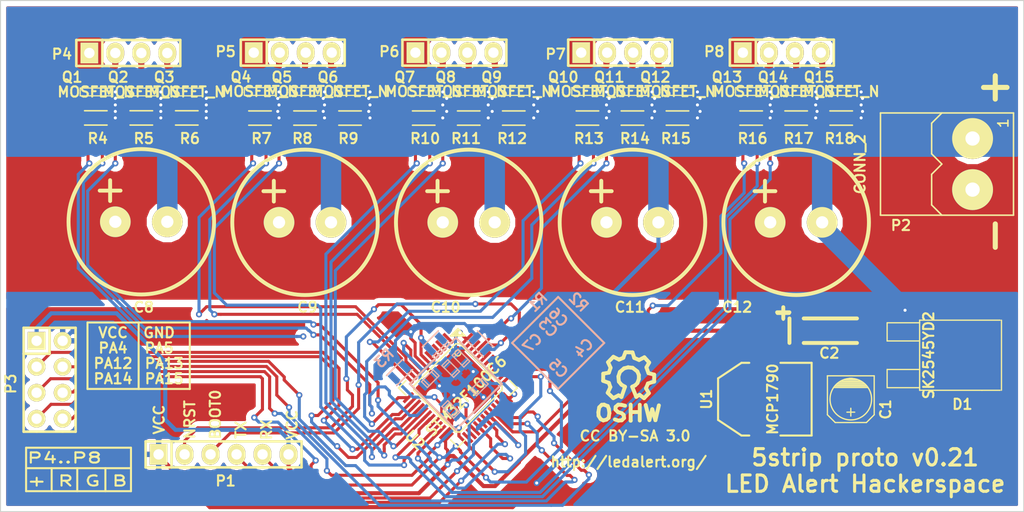
<source format=kicad_pcb>
(kicad_pcb (version 4) (host pcbnew "(2014-09-25 BZR 5147)-product")
  (layers (0 F.Cu signal) (31 B.Cu signal) (34 B.Paste user) (35 F.Paste user) (36 B.SilkS user) (37 F.SilkS user) (38 B.Mask user) (39 F.Mask user) (44 Edge.Cuts user))
  (net 0 "")
  (net 1 VDD)
  (net 2 GND)
  (net 3 VCC)
  (net 4 /NRST)
  (net 5 /BOOT0)
  (net 6 /MCU_TX)
  (net 7 /MCU_RX)
  (net 8 /GPIO1)
  (net 9 /GPIO2)
  (net 10 /GPIO3)
  (net 11 /GPIO4)
  (net 12 /GPIO5)
  (net 13 /GPIO6)
  (net 14 "Net-(P4-Pad2)")
  (net 15 "Net-(P4-Pad3)")
  (net 16 "Net-(P4-Pad4)")
  (net 17 "Net-(P5-Pad2)")
  (net 18 "Net-(P5-Pad3)")
  (net 19 "Net-(P5-Pad4)")
  (net 20 "Net-(P6-Pad2)")
  (net 21 "Net-(P6-Pad3)")
  (net 22 "Net-(P6-Pad4)")
  (net 23 "Net-(P7-Pad2)")
  (net 24 "Net-(P7-Pad3)")
  (net 25 "Net-(P7-Pad4)")
  (net 26 "Net-(P8-Pad2)")
  (net 27 "Net-(P8-Pad3)")
  (net 28 "Net-(P8-Pad4)")
  (net 29 /driver1/RE)
  (net 30 /driver1/GE)
  (net 31 /driver1/BE)
  (net 32 /driver2/RE)
  (net 33 /driver2/GE)
  (net 34 /driver2/BE)
  (net 35 /driver3/RE)
  (net 36 /driver3/GE)
  (net 37 /driver3/BE)
  (net 38 /driver4/RE)
  (net 39 /driver4/GE)
  (net 40 /driver4/BE)
  (net 41 /driver5/RE)
  (net 42 /driver5/GE)
  (net 43 /driver5/BE)
  (net 44 /BOOT1)
  (net 45 "Net-(U2-Pad4)")
  (net 46 "Net-(U2-Pad5)")
  (net 47 "Net-(U2-Pad6)")
  (net 48 "Net-(U2-Pad1)")
  (net 49 "Net-(U2-Pad2)")
  (net 50 "Net-(U2-Pad3)")
  (net 51 "Net-(U2-Pad25)")
  (net 52 "Net-(U2-Pad26)")
  (net 53 "Net-(U2-Pad39)")
  (net 54 "Net-(U2-Pad40)")
  (net 55 "Net-(U2-Pad41)")
  (net 56 "Net-(U2-Pad42)")
  (net 57 "Net-(U2-Pad43)")
  (net 58 "Net-(U2-Pad46)")
  (module Capacitors_SMD:c_elec_4x5.3 (layer F.Cu) (at 181.1 98 270)
    (fp_text reference C1 (at 1 -3.4 450) (layer F.SilkS) (effects (font (thickness 0.2))))
    (fp_text value "1µF 35V" hide)
    (pad 1 smd rect (at 1.80086 0 270) (size 2.60096 1.6002) (layers F.Cu F.Paste F.Mask) (net 1 VDD))
    (pad 2 smd rect (at -1.80086 0 270) (size 2.60096 1.6002) (layers F.Cu F.Paste F.Mask) (net 2 GND))
  )
  (module Capacitors_Tantalum_SMD:TantalC_SizeA_EIA-3216_HandSoldering (layer F.Cu) (at 179.1 91.3)
    (fp_text reference C2 (at -0.1 2.2) (layer F.SilkS) (effects (font (thickness 0.2))))
    (fp_text value "1µF 6.3V" hide)
    (fp_text user + (at -4.59994 -1.80086) (layer F.SilkS) (effects (font (thickness 0.3048))))
    (pad 2 smd rect (at 1.99898 0) (size 2.99974 1.50114) (layers F.Cu F.Paste F.Mask) (net 2 GND))
    (pad 1 smd rect (at -1.99898 0) (size 2.99974 1.50114) (layers F.Cu F.Paste F.Mask) (net 3 VCC))
  )
  (module Capacitors_SMD:c_0603 (layer B.Cu) (at 142 95 135)
    (fp_text reference C3 (at -3.889087 9.545942 315) (layer B.SilkS) (effects (font (thickness 0.2)) (justify mirror)))
    (fp_text value 1µF hide)
    (pad 1 smd rect (at 0.75184 0 135) (size 0.89916 1.00076) (layers B.Cu B.Paste B.Mask) (net 3 VCC))
    (pad 2 smd rect (at -0.75184 0 135) (size 0.89916 1.00076) (layers B.Cu B.Paste B.Mask) (net 2 GND))
  )
  (module Capacitors_SMD:c_0603 (layer B.Cu) (at 144.8 96.8 45)
    (fp_text reference C4 (at 9.899495 4.525483 45) (layer B.SilkS) (effects (font (thickness 0.2)) (justify mirror)))
    (fp_text value 100nF hide)
    (pad 1 smd rect (at 0.75184 0 45) (size 0.89916 1.00076) (layers B.Cu B.Paste B.Mask) (net 3 VCC))
    (pad 2 smd rect (at -0.75184 0 45) (size 0.89916 1.00076) (layers B.Cu B.Paste B.Mask) (net 2 GND))
  )
  (module Capacitors_SMD:c_0603 (layer B.Cu) (at 142 99 315)
    (fp_text reference C5 (at 4.596194 -10.253048 495) (layer B.SilkS) (effects (font (thickness 0.2)) (justify mirror)))
    (fp_text value 100nF hide)
    (pad 1 smd rect (at 0.75184 0 315) (size 0.89916 1.00076) (layers B.Cu B.Paste B.Mask) (net 3 VCC))
    (pad 2 smd rect (at -0.75184 0 315) (size 0.89916 1.00076) (layers B.Cu B.Paste B.Mask) (net 2 GND))
  )
  (module Capacitors_SMD:c_0603 (layer B.Cu) (at 143 94 135)
    (fp_text reference C6 (at -3.889087 9.545942 135) (layer B.SilkS) (effects (font (thickness 0.2)) (justify mirror)))
    (fp_text value 100nF hide)
    (pad 1 smd rect (at 0.75184 0 135) (size 0.89916 1.00076) (layers B.Cu B.Paste B.Mask) (net 3 VCC))
    (pad 2 smd rect (at -0.75184 0 135) (size 0.89916 1.00076) (layers B.Cu B.Paste B.Mask) (net 2 GND))
  )
  (module Capacitors_SMD:c_0603 (layer B.Cu) (at 140 96 225)
    (fp_text reference C7 (at -9.545942 -4.596194 225) (layer B.SilkS) (effects (font (thickness 0.2)) (justify mirror)))
    (fp_text value 100nF hide)
    (pad 1 smd rect (at 0.75184 0 225) (size 0.89916 1.00076) (layers B.Cu B.Paste B.Mask) (net 3 VCC))
    (pad 2 smd rect (at -0.75184 0 225) (size 0.89916 1.00076) (layers B.Cu B.Paste B.Mask) (net 2 GND))
  )
  (module Pin_Headers:Pin_Header_Straight_1x06 (layer F.Cu) (at 119.8 103.4)
    (fp_text reference P1 (at 0.2 2.6) (layer F.SilkS) (effects (font (thickness 0.2))))
    (fp_text value CONN_6 hide)
    (pad 1 thru_hole rect (at -6.35 0) (size 1.7272 2.032) (drill 1.016) (layers *.Cu *.Mask F.SilkS) (net 2 GND))
    (pad 2 thru_hole oval (at -3.81 0) (size 1.7272 2.032) (drill 1.016) (layers *.Cu *.Mask F.SilkS) (net 4 /NRST))
    (pad 3 thru_hole oval (at -1.27 0) (size 1.7272 2.032) (drill 1.016) (layers *.Cu *.Mask F.SilkS) (net 5 /BOOT0))
    (pad 4 thru_hole oval (at 1.27 0) (size 1.7272 2.032) (drill 1.016) (layers *.Cu *.Mask F.SilkS) (net 6 /MCU_TX))
    (pad 5 thru_hole oval (at 3.81 0) (size 1.7272 2.032) (drill 1.016) (layers *.Cu *.Mask F.SilkS) (net 7 /MCU_RX))
    (pad 6 thru_hole oval (at 6.35 0) (size 1.7272 2.032) (drill 1.016) (layers *.Cu *.Mask F.SilkS) (net 3 VCC))
  )
  (module Pin_Headers:Pin_Header_Straight_2x04 (layer F.Cu) (at 102.8 96.1 270)
    (fp_text reference P3 (at 0.4 3.8 270) (layer F.SilkS) (effects (font (thickness 0.2))))
    (fp_text value CONN_4X2 hide)
    (pad 1 thru_hole rect (at -3.81 1.27 270) (size 1.7272 1.7272) (drill 1.016) (layers *.Cu *.Mask F.SilkS) (net 3 VCC))
    (pad 2 thru_hole oval (at -3.81 -1.27 270) (size 1.7272 1.7272) (drill 1.016) (layers *.Cu *.Mask F.SilkS) (net 2 GND))
    (pad 3 thru_hole oval (at -1.27 1.27 270) (size 1.7272 1.7272) (drill 1.016) (layers *.Cu *.Mask F.SilkS) (net 8 /GPIO1))
    (pad 4 thru_hole oval (at -1.27 -1.27 270) (size 1.7272 1.7272) (drill 1.016) (layers *.Cu *.Mask F.SilkS) (net 9 /GPIO2))
    (pad 5 thru_hole oval (at 1.27 1.27 270) (size 1.7272 1.7272) (drill 1.016) (layers *.Cu *.Mask F.SilkS) (net 10 /GPIO3))
    (pad 6 thru_hole oval (at 1.27 -1.27 270) (size 1.7272 1.7272) (drill 1.016) (layers *.Cu *.Mask F.SilkS) (net 11 /GPIO4))
    (pad 7 thru_hole oval (at 3.81 1.27 270) (size 1.7272 1.7272) (drill 1.016) (layers *.Cu *.Mask F.SilkS) (net 12 /GPIO5))
    (pad 8 thru_hole oval (at 3.81 -1.27 270) (size 1.7272 1.7272) (drill 1.016) (layers *.Cu *.Mask F.SilkS) (net 13 /GPIO6))
  )
  (module Pin_Headers:Pin_Header_Straight_1x04 (layer F.Cu) (at 110.49 64.135)
    (fp_text reference P4 (at -6.49 0.115) (layer F.SilkS) (effects (font (thickness 0.2))))
    (fp_text value CONN_4 hide)
    (pad 1 thru_hole rect (at -3.81 0) (size 1.7272 2.032) (drill 1.016) (layers *.Cu *.Mask F.SilkS) (net 1 VDD))
    (pad 2 thru_hole oval (at -1.27 0) (size 1.7272 2.032) (drill 1.016) (layers *.Cu *.Mask F.SilkS) (net 14 "Net-(P4-Pad2)"))
    (pad 3 thru_hole oval (at 1.27 0) (size 1.7272 2.032) (drill 1.016) (layers *.Cu *.Mask F.SilkS) (net 15 "Net-(P4-Pad3)"))
    (pad 4 thru_hole oval (at 3.81 0) (size 1.7272 2.032) (drill 1.016) (layers *.Cu *.Mask F.SilkS) (net 16 "Net-(P4-Pad4)"))
  )
  (module Pin_Headers:Pin_Header_Straight_1x04 (layer F.Cu) (at 126.56 64.1)
    (fp_text reference P5 (at -6.56 -0.1) (layer F.SilkS) (effects (font (thickness 0.2))))
    (fp_text value CONN_4 hide)
    (pad 1 thru_hole rect (at -3.81 0) (size 1.7272 2.032) (drill 1.016) (layers *.Cu *.Mask F.SilkS) (net 1 VDD))
    (pad 2 thru_hole oval (at -1.27 0) (size 1.7272 2.032) (drill 1.016) (layers *.Cu *.Mask F.SilkS) (net 17 "Net-(P5-Pad2)"))
    (pad 3 thru_hole oval (at 1.27 0) (size 1.7272 2.032) (drill 1.016) (layers *.Cu *.Mask F.SilkS) (net 18 "Net-(P5-Pad3)"))
    (pad 4 thru_hole oval (at 3.81 0) (size 1.7272 2.032) (drill 1.016) (layers *.Cu *.Mask F.SilkS) (net 19 "Net-(P5-Pad4)"))
  )
  (module Pin_Headers:Pin_Header_Straight_1x04 (layer F.Cu) (at 142.36 64.1)
    (fp_text reference P6 (at -6.36 -0.1) (layer F.SilkS) (effects (font (thickness 0.2))))
    (fp_text value CONN_4 hide)
    (pad 1 thru_hole rect (at -3.81 0) (size 1.7272 2.032) (drill 1.016) (layers *.Cu *.Mask F.SilkS) (net 1 VDD))
    (pad 2 thru_hole oval (at -1.27 0) (size 1.7272 2.032) (drill 1.016) (layers *.Cu *.Mask F.SilkS) (net 20 "Net-(P6-Pad2)"))
    (pad 3 thru_hole oval (at 1.27 0) (size 1.7272 2.032) (drill 1.016) (layers *.Cu *.Mask F.SilkS) (net 21 "Net-(P6-Pad3)"))
    (pad 4 thru_hole oval (at 3.81 0) (size 1.7272 2.032) (drill 1.016) (layers *.Cu *.Mask F.SilkS) (net 22 "Net-(P6-Pad4)"))
  )
  (module Pin_Headers:Pin_Header_Straight_1x04 (layer F.Cu) (at 158.56 64.1)
    (fp_text reference P7 (at -6.31 0.15) (layer F.SilkS) (effects (font (thickness 0.2))))
    (fp_text value CONN_4 hide)
    (pad 1 thru_hole rect (at -3.81 0) (size 1.7272 2.032) (drill 1.016) (layers *.Cu *.Mask F.SilkS) (net 1 VDD))
    (pad 2 thru_hole oval (at -1.27 0) (size 1.7272 2.032) (drill 1.016) (layers *.Cu *.Mask F.SilkS) (net 23 "Net-(P7-Pad2)"))
    (pad 3 thru_hole oval (at 1.27 0) (size 1.7272 2.032) (drill 1.016) (layers *.Cu *.Mask F.SilkS) (net 24 "Net-(P7-Pad3)"))
    (pad 4 thru_hole oval (at 3.81 0) (size 1.7272 2.032) (drill 1.016) (layers *.Cu *.Mask F.SilkS) (net 25 "Net-(P7-Pad4)"))
  )
  (module Pin_Headers:Pin_Header_Straight_1x04 (layer F.Cu) (at 174.36 64.1)
    (fp_text reference P8 (at -6.61 -0.1) (layer F.SilkS) (effects (font (thickness 0.2))))
    (fp_text value CONN_4 hide)
    (pad 1 thru_hole rect (at -3.81 0) (size 1.7272 2.032) (drill 1.016) (layers *.Cu *.Mask F.SilkS) (net 1 VDD))
    (pad 2 thru_hole oval (at -1.27 0) (size 1.7272 2.032) (drill 1.016) (layers *.Cu *.Mask F.SilkS) (net 26 "Net-(P8-Pad2)"))
    (pad 3 thru_hole oval (at 1.27 0) (size 1.7272 2.032) (drill 1.016) (layers *.Cu *.Mask F.SilkS) (net 27 "Net-(P8-Pad3)"))
    (pad 4 thru_hole oval (at 3.81 0) (size 1.7272 2.032) (drill 1.016) (layers *.Cu *.Mask F.SilkS) (net 28 "Net-(P8-Pad4)"))
  )
  (module SMD_Packages:SOT-23-GDS (layer F.Cu) (at 107.315 67.945 180)
    (fp_text reference Q1 (at 2.315 1.445 180) (layer F.SilkS) (effects (font (thickness 0.2))))
    (fp_text value MOSFET_N (at 0 0 180) (layer F.SilkS) (effects (font (thickness 0.2))))
    (pad S smd rect (at -0.889 -1.016 180) (size 0.9144 0.9144) (layers F.Cu F.Paste F.Mask) (net 2 GND))
    (pad G smd rect (at 0.889 -1.016 180) (size 0.9144 0.9144) (layers F.Cu F.Paste F.Mask) (net 29 /driver1/RE))
    (pad D smd rect (at 0 1.016 180) (size 0.9144 0.9144) (layers F.Cu F.Paste F.Mask) (net 14 "Net-(P4-Pad2)"))
  )
  (module SMD_Packages:SOT-23-GDS (layer F.Cu) (at 111.76 67.945 180)
    (fp_text reference Q2 (at 2.26 1.445 180) (layer F.SilkS) (effects (font (thickness 0.2))))
    (fp_text value MOSFET_N (at 0 0 180) (layer F.SilkS) (effects (font (thickness 0.2))))
    (pad S smd rect (at -0.889 -1.016 180) (size 0.9144 0.9144) (layers F.Cu F.Paste F.Mask) (net 2 GND))
    (pad G smd rect (at 0.889 -1.016 180) (size 0.9144 0.9144) (layers F.Cu F.Paste F.Mask) (net 30 /driver1/GE))
    (pad D smd rect (at 0 1.016 180) (size 0.9144 0.9144) (layers F.Cu F.Paste F.Mask) (net 15 "Net-(P4-Pad3)"))
  )
  (module SMD_Packages:SOT-23-GDS (layer F.Cu) (at 116.205 67.945 180)
    (fp_text reference Q3 (at 2.205 1.445 180) (layer F.SilkS) (effects (font (thickness 0.2))))
    (fp_text value MOSFET_N (at 0 0 180) (layer F.SilkS) (effects (font (thickness 0.2))))
    (pad S smd rect (at -0.889 -1.016 180) (size 0.9144 0.9144) (layers F.Cu F.Paste F.Mask) (net 2 GND))
    (pad G smd rect (at 0.889 -1.016 180) (size 0.9144 0.9144) (layers F.Cu F.Paste F.Mask) (net 31 /driver1/BE))
    (pad D smd rect (at 0 1.016 180) (size 0.9144 0.9144) (layers F.Cu F.Paste F.Mask) (net 16 "Net-(P4-Pad4)"))
  )
  (module SMD_Packages:SOT-23-GDS (layer F.Cu) (at 123.36 67.9 180)
    (fp_text reference Q4 (at 1.86 1.4 180) (layer F.SilkS) (effects (font (thickness 0.2))))
    (fp_text value MOSFET_N (at 0 0 180) (layer F.SilkS) (effects (font (thickness 0.2))))
    (pad S smd rect (at -0.889 -1.016 180) (size 0.9144 0.9144) (layers F.Cu F.Paste F.Mask) (net 2 GND))
    (pad G smd rect (at 0.889 -1.016 180) (size 0.9144 0.9144) (layers F.Cu F.Paste F.Mask) (net 32 /driver2/RE))
    (pad D smd rect (at 0 1.016 180) (size 0.9144 0.9144) (layers F.Cu F.Paste F.Mask) (net 17 "Net-(P5-Pad2)"))
  )
  (module SMD_Packages:SOT-23-GDS (layer F.Cu) (at 127.76 67.9 180)
    (fp_text reference Q5 (at 2.26 1.4 180) (layer F.SilkS) (effects (font (thickness 0.2))))
    (fp_text value MOSFET_N (at 0 0 180) (layer F.SilkS) (effects (font (thickness 0.2))))
    (pad S smd rect (at -0.889 -1.016 180) (size 0.9144 0.9144) (layers F.Cu F.Paste F.Mask) (net 2 GND))
    (pad G smd rect (at 0.889 -1.016 180) (size 0.9144 0.9144) (layers F.Cu F.Paste F.Mask) (net 33 /driver2/GE))
    (pad D smd rect (at 0 1.016 180) (size 0.9144 0.9144) (layers F.Cu F.Paste F.Mask) (net 18 "Net-(P5-Pad3)"))
  )
  (module SMD_Packages:SOT-23-GDS (layer F.Cu) (at 132.16 67.9 180)
    (fp_text reference Q6 (at 2.16 1.4 180) (layer F.SilkS) (effects (font (thickness 0.2))))
    (fp_text value MOSFET_N (at 0 0 180) (layer F.SilkS) (effects (font (thickness 0.2))))
    (pad S smd rect (at -0.889 -1.016 180) (size 0.9144 0.9144) (layers F.Cu F.Paste F.Mask) (net 2 GND))
    (pad G smd rect (at 0.889 -1.016 180) (size 0.9144 0.9144) (layers F.Cu F.Paste F.Mask) (net 34 /driver2/BE))
    (pad D smd rect (at 0 1.016 180) (size 0.9144 0.9144) (layers F.Cu F.Paste F.Mask) (net 19 "Net-(P5-Pad4)"))
  )
  (module SMD_Packages:SOT-23-GDS (layer F.Cu) (at 139.36 67.9 180)
    (fp_text reference Q7 (at 1.86 1.4 180) (layer F.SilkS) (effects (font (thickness 0.2))))
    (fp_text value MOSFET_N (at 0 0 180) (layer F.SilkS) (effects (font (thickness 0.2))))
    (pad S smd rect (at -0.889 -1.016 180) (size 0.9144 0.9144) (layers F.Cu F.Paste F.Mask) (net 2 GND))
    (pad G smd rect (at 0.889 -1.016 180) (size 0.9144 0.9144) (layers F.Cu F.Paste F.Mask) (net 35 /driver3/RE))
    (pad D smd rect (at 0 1.016 180) (size 0.9144 0.9144) (layers F.Cu F.Paste F.Mask) (net 20 "Net-(P6-Pad2)"))
  )
  (module SMD_Packages:SOT-23-GDS (layer F.Cu) (at 143.76 67.9 180)
    (fp_text reference Q8 (at 2.26 1.4 180) (layer F.SilkS) (effects (font (thickness 0.2))))
    (fp_text value MOSFET_N (at 0 0 180) (layer F.SilkS) (effects (font (thickness 0.2))))
    (pad S smd rect (at -0.889 -1.016 180) (size 0.9144 0.9144) (layers F.Cu F.Paste F.Mask) (net 2 GND))
    (pad G smd rect (at 0.889 -1.016 180) (size 0.9144 0.9144) (layers F.Cu F.Paste F.Mask) (net 36 /driver3/GE))
    (pad D smd rect (at 0 1.016 180) (size 0.9144 0.9144) (layers F.Cu F.Paste F.Mask) (net 21 "Net-(P6-Pad3)"))
  )
  (module SMD_Packages:SOT-23-GDS (layer F.Cu) (at 148.16 67.9 180)
    (fp_text reference Q9 (at 2.16 1.4 180) (layer F.SilkS) (effects (font (thickness 0.2))))
    (fp_text value MOSFET_N (at 0 0 180) (layer F.SilkS) (effects (font (thickness 0.2))))
    (pad S smd rect (at -0.889 -1.016 180) (size 0.9144 0.9144) (layers F.Cu F.Paste F.Mask) (net 2 GND))
    (pad G smd rect (at 0.889 -1.016 180) (size 0.9144 0.9144) (layers F.Cu F.Paste F.Mask) (net 37 /driver3/BE))
    (pad D smd rect (at 0 1.016 180) (size 0.9144 0.9144) (layers F.Cu F.Paste F.Mask) (net 22 "Net-(P6-Pad4)"))
  )
  (module SMD_Packages:SOT-23-GDS (layer F.Cu) (at 155.36 67.9 180)
    (fp_text reference Q10 (at 2.36 1.4 180) (layer F.SilkS) (effects (font (thickness 0.2))))
    (fp_text value MOSFET_N (at 0 0 180) (layer F.SilkS) (effects (font (thickness 0.2))))
    (pad S smd rect (at -0.889 -1.016 180) (size 0.9144 0.9144) (layers F.Cu F.Paste F.Mask) (net 2 GND))
    (pad G smd rect (at 0.889 -1.016 180) (size 0.9144 0.9144) (layers F.Cu F.Paste F.Mask) (net 38 /driver4/RE))
    (pad D smd rect (at 0 1.016 180) (size 0.9144 0.9144) (layers F.Cu F.Paste F.Mask) (net 23 "Net-(P7-Pad2)"))
  )
  (module SMD_Packages:SOT-23-GDS (layer F.Cu) (at 159.76 67.9 180)
    (fp_text reference Q11 (at 2.26 1.4 180) (layer F.SilkS) (effects (font (thickness 0.2))))
    (fp_text value MOSFET_N (at 0 0 180) (layer F.SilkS) (effects (font (thickness 0.2))))
    (pad S smd rect (at -0.889 -1.016 180) (size 0.9144 0.9144) (layers F.Cu F.Paste F.Mask) (net 2 GND))
    (pad G smd rect (at 0.889 -1.016 180) (size 0.9144 0.9144) (layers F.Cu F.Paste F.Mask) (net 39 /driver4/GE))
    (pad D smd rect (at 0 1.016 180) (size 0.9144 0.9144) (layers F.Cu F.Paste F.Mask) (net 24 "Net-(P7-Pad3)"))
  )
  (module SMD_Packages:SOT-23-GDS (layer F.Cu) (at 164.16 67.9 180)
    (fp_text reference Q12 (at 2.16 1.4 180) (layer F.SilkS) (effects (font (thickness 0.2))))
    (fp_text value MOSFET_N (at 0 0 180) (layer F.SilkS) (effects (font (thickness 0.2))))
    (pad S smd rect (at -0.889 -1.016 180) (size 0.9144 0.9144) (layers F.Cu F.Paste F.Mask) (net 2 GND))
    (pad G smd rect (at 0.889 -1.016 180) (size 0.9144 0.9144) (layers F.Cu F.Paste F.Mask) (net 40 /driver4/BE))
    (pad D smd rect (at 0 1.016 180) (size 0.9144 0.9144) (layers F.Cu F.Paste F.Mask) (net 25 "Net-(P7-Pad4)"))
  )
  (module SMD_Packages:SOT-23-GDS (layer F.Cu) (at 171.36 67.9 180)
    (fp_text reference Q13 (at 2.36 1.4 180) (layer F.SilkS) (effects (font (thickness 0.2))))
    (fp_text value MOSFET_N (at 0 0 180) (layer F.SilkS) (effects (font (thickness 0.2))))
    (pad S smd rect (at -0.889 -1.016 180) (size 0.9144 0.9144) (layers F.Cu F.Paste F.Mask) (net 2 GND))
    (pad G smd rect (at 0.889 -1.016 180) (size 0.9144 0.9144) (layers F.Cu F.Paste F.Mask) (net 41 /driver5/RE))
    (pad D smd rect (at 0 1.016 180) (size 0.9144 0.9144) (layers F.Cu F.Paste F.Mask) (net 26 "Net-(P8-Pad2)"))
  )
  (module SMD_Packages:SOT-23-GDS (layer F.Cu) (at 175.76 67.9 180)
    (fp_text reference Q14 (at 2.26 1.4 180) (layer F.SilkS) (effects (font (thickness 0.2))))
    (fp_text value MOSFET_N (at 0 0 180) (layer F.SilkS) (effects (font (thickness 0.2))))
    (pad S smd rect (at -0.889 -1.016 180) (size 0.9144 0.9144) (layers F.Cu F.Paste F.Mask) (net 2 GND))
    (pad G smd rect (at 0.889 -1.016 180) (size 0.9144 0.9144) (layers F.Cu F.Paste F.Mask) (net 42 /driver5/GE))
    (pad D smd rect (at 0 1.016 180) (size 0.9144 0.9144) (layers F.Cu F.Paste F.Mask) (net 27 "Net-(P8-Pad3)"))
  )
  (module SMD_Packages:SOT-23-GDS (layer F.Cu) (at 180.16 67.9 180)
    (fp_text reference Q15 (at 2.16 1.4 180) (layer F.SilkS) (effects (font (thickness 0.2))))
    (fp_text value MOSFET_N (at 0 0 180) (layer F.SilkS) (effects (font (thickness 0.2))))
    (pad S smd rect (at -0.889 -1.016 180) (size 0.9144 0.9144) (layers F.Cu F.Paste F.Mask) (net 2 GND))
    (pad G smd rect (at 0.889 -1.016 180) (size 0.9144 0.9144) (layers F.Cu F.Paste F.Mask) (net 43 /driver5/BE))
    (pad D smd rect (at 0 1.016 180) (size 0.9144 0.9144) (layers F.Cu F.Paste F.Mask) (net 28 "Net-(P8-Pad4)"))
  )
  (module Resistors_SMD:R_0603 (layer B.Cu) (at 140.5 92.6 225)
    (fp_text reference R1 (at -9.970206 -4.17193 405) (layer B.SilkS) (effects (font (thickness 0.2)) (justify mirror)))
    (fp_text value 10kΩ hide)
    (pad 1 smd rect (at -0.762 0 225) (size 0.635 1.143) (layers B.Cu B.Paste B.Mask) (net 3 VCC))
    (pad 2 smd rect (at 0.762 0 225) (size 0.635 1.143) (layers B.Cu B.Paste B.Mask) (net 4 /NRST))
  )
  (module Resistors_SMD:R_0603 (layer B.Cu) (at 144.9 92.6 135)
    (fp_text reference R2 (at -3.889087 9.687363 315) (layer B.SilkS) (effects (font (thickness 0.2)) (justify mirror)))
    (fp_text value 10kΩ hide)
    (pad 1 smd rect (at -0.762 0 135) (size 0.635 1.143) (layers B.Cu B.Paste B.Mask) (net 5 /BOOT0))
    (pad 2 smd rect (at 0.762 0 135) (size 0.635 1.143) (layers B.Cu B.Paste B.Mask) (net 2 GND))
  )
  (module Resistors_SMD:R_0603 (layer B.Cu) (at 137 95.4 45)
    (fp_text reference R3 (at -0.070711 -2.05061 225) (layer B.SilkS) (effects (font (thickness 0.2)) (justify mirror)))
    (fp_text value 10kΩ hide)
    (pad 1 smd rect (at -0.762 0 45) (size 0.635 1.143) (layers B.Cu B.Paste B.Mask) (net 44 /BOOT1))
    (pad 2 smd rect (at 0.762 0 45) (size 0.635 1.143) (layers B.Cu B.Paste B.Mask) (net 2 GND))
  )
  (module Resistors_SMD:R_0603 (layer F.Cu) (at 107.315 70.485)
    (fp_text reference R4 (at 0.185 2.015 180) (layer F.SilkS) (effects (font (thickness 0.2))))
    (fp_text value R hide)
    (pad 1 smd rect (at -0.762 0) (size 0.635 1.143) (layers F.Cu F.Paste F.Mask) (net 29 /driver1/RE))
    (pad 2 smd rect (at 0.762 0) (size 0.635 1.143) (layers F.Cu F.Paste F.Mask) (net 2 GND))
  )
  (module Resistors_SMD:R_0603 (layer F.Cu) (at 111.76 70.485)
    (fp_text reference R5 (at 0.24 2.015 180) (layer F.SilkS) (effects (font (thickness 0.2))))
    (fp_text value R hide)
    (pad 1 smd rect (at -0.762 0) (size 0.635 1.143) (layers F.Cu F.Paste F.Mask) (net 30 /driver1/GE))
    (pad 2 smd rect (at 0.762 0) (size 0.635 1.143) (layers F.Cu F.Paste F.Mask) (net 2 GND))
  )
  (module Resistors_SMD:R_0603 (layer F.Cu) (at 116.205 70.485)
    (fp_text reference R6 (at 0.295 2.015 180) (layer F.SilkS) (effects (font (thickness 0.2))))
    (fp_text value R hide)
    (pad 1 smd rect (at -0.762 0) (size 0.635 1.143) (layers F.Cu F.Paste F.Mask) (net 31 /driver1/BE))
    (pad 2 smd rect (at 0.762 0) (size 0.635 1.143) (layers F.Cu F.Paste F.Mask) (net 2 GND))
  )
  (module Resistors_SMD:R_0603 (layer F.Cu) (at 123.36 70.5)
    (fp_text reference R7 (at 0.14 2 180) (layer F.SilkS) (effects (font (thickness 0.2))))
    (fp_text value R hide)
    (pad 1 smd rect (at -0.762 0) (size 0.635 1.143) (layers F.Cu F.Paste F.Mask) (net 32 /driver2/RE))
    (pad 2 smd rect (at 0.762 0) (size 0.635 1.143) (layers F.Cu F.Paste F.Mask) (net 2 GND))
  )
  (module Resistors_SMD:R_0603 (layer F.Cu) (at 127.76 70.5)
    (fp_text reference R8 (at -0.26 2 180) (layer F.SilkS) (effects (font (thickness 0.2))))
    (fp_text value R hide)
    (pad 1 smd rect (at -0.762 0) (size 0.635 1.143) (layers F.Cu F.Paste F.Mask) (net 33 /driver2/GE))
    (pad 2 smd rect (at 0.762 0) (size 0.635 1.143) (layers F.Cu F.Paste F.Mask) (net 2 GND))
  )
  (module Resistors_SMD:R_0603 (layer F.Cu) (at 132.16 70.5)
    (fp_text reference R9 (at -0.16 2 180) (layer F.SilkS) (effects (font (thickness 0.2))))
    (fp_text value R hide)
    (pad 1 smd rect (at -0.762 0) (size 0.635 1.143) (layers F.Cu F.Paste F.Mask) (net 34 /driver2/BE))
    (pad 2 smd rect (at 0.762 0) (size 0.635 1.143) (layers F.Cu F.Paste F.Mask) (net 2 GND))
  )
  (module Resistors_SMD:R_0603 (layer F.Cu) (at 139.36 70.5)
    (fp_text reference R10 (at 0.14 2 180) (layer F.SilkS) (effects (font (thickness 0.2))))
    (fp_text value R hide)
    (pad 1 smd rect (at -0.762 0) (size 0.635 1.143) (layers F.Cu F.Paste F.Mask) (net 35 /driver3/RE))
    (pad 2 smd rect (at 0.762 0) (size 0.635 1.143) (layers F.Cu F.Paste F.Mask) (net 2 GND))
  )
  (module Resistors_SMD:R_0603 (layer F.Cu) (at 143.76 70.5)
    (fp_text reference R11 (at -0.26 2 180) (layer F.SilkS) (effects (font (thickness 0.2))))
    (fp_text value R hide)
    (pad 1 smd rect (at -0.762 0) (size 0.635 1.143) (layers F.Cu F.Paste F.Mask) (net 36 /driver3/GE))
    (pad 2 smd rect (at 0.762 0) (size 0.635 1.143) (layers F.Cu F.Paste F.Mask) (net 2 GND))
  )
  (module Resistors_SMD:R_0603 (layer F.Cu) (at 148.16 70.5)
    (fp_text reference R12 (at -0.16 2 180) (layer F.SilkS) (effects (font (thickness 0.2))))
    (fp_text value R hide)
    (pad 1 smd rect (at -0.762 0) (size 0.635 1.143) (layers F.Cu F.Paste F.Mask) (net 37 /driver3/BE))
    (pad 2 smd rect (at 0.762 0) (size 0.635 1.143) (layers F.Cu F.Paste F.Mask) (net 2 GND))
  )
  (module Resistors_SMD:R_0603 (layer F.Cu) (at 155.36 70.5)
    (fp_text reference R13 (at 0.14 2 180) (layer F.SilkS) (effects (font (thickness 0.2))))
    (fp_text value R hide)
    (pad 1 smd rect (at -0.762 0) (size 0.635 1.143) (layers F.Cu F.Paste F.Mask) (net 38 /driver4/RE))
    (pad 2 smd rect (at 0.762 0) (size 0.635 1.143) (layers F.Cu F.Paste F.Mask) (net 2 GND))
  )
  (module Resistors_SMD:R_0603 (layer F.Cu) (at 159.76 70.5)
    (fp_text reference R14 (at 0.24 2 180) (layer F.SilkS) (effects (font (thickness 0.2))))
    (fp_text value R hide)
    (pad 1 smd rect (at -0.762 0) (size 0.635 1.143) (layers F.Cu F.Paste F.Mask) (net 39 /driver4/GE))
    (pad 2 smd rect (at 0.762 0) (size 0.635 1.143) (layers F.Cu F.Paste F.Mask) (net 2 GND))
  )
  (module Resistors_SMD:R_0603 (layer F.Cu) (at 164.16 70.5)
    (fp_text reference R15 (at -0.16 2 180) (layer F.SilkS) (effects (font (thickness 0.2))))
    (fp_text value R hide)
    (pad 1 smd rect (at -0.762 0) (size 0.635 1.143) (layers F.Cu F.Paste F.Mask) (net 40 /driver4/BE))
    (pad 2 smd rect (at 0.762 0) (size 0.635 1.143) (layers F.Cu F.Paste F.Mask) (net 2 GND))
  )
  (module Resistors_SMD:R_0603 (layer F.Cu) (at 171.36 70.5)
    (fp_text reference R16 (at 0.14 2 180) (layer F.SilkS) (effects (font (thickness 0.2))))
    (fp_text value R hide)
    (pad 1 smd rect (at -0.762 0) (size 0.635 1.143) (layers F.Cu F.Paste F.Mask) (net 41 /driver5/RE))
    (pad 2 smd rect (at 0.762 0) (size 0.635 1.143) (layers F.Cu F.Paste F.Mask) (net 2 GND))
  )
  (module Resistors_SMD:R_0603 (layer F.Cu) (at 175.76 70.5)
    (fp_text reference R17 (at 0.24 2 180) (layer F.SilkS) (effects (font (thickness 0.2))))
    (fp_text value R hide)
    (pad 1 smd rect (at -0.762 0) (size 0.635 1.143) (layers F.Cu F.Paste F.Mask) (net 42 /driver5/GE))
    (pad 2 smd rect (at 0.762 0) (size 0.635 1.143) (layers F.Cu F.Paste F.Mask) (net 2 GND))
  )
  (module Resistors_SMD:R_0603 (layer F.Cu) (at 180.16 70.5)
    (fp_text reference R18 (at -0.16 2 180) (layer F.SilkS) (effects (font (thickness 0.2))))
    (fp_text value R hide)
    (pad 1 smd rect (at -0.762 0) (size 0.635 1.143) (layers F.Cu F.Paste F.Mask) (net 43 /driver5/BE))
    (pad 2 smd rect (at 0.762 0) (size 0.635 1.143) (layers F.Cu F.Paste F.Mask) (net 2 GND))
  )
  (module SMD_Packages:SOT-223 (layer F.Cu) (at 172.7 98 90)
    (fp_text reference U1 (at 0 -5.7 270) (layer F.SilkS) (effects (font (thickness 0.2))))
    (fp_text value MCP1790 (at 0 0.762 90) (layer F.SilkS) (effects (font (thickness 0.2))))
    (pad 4 smd rect (at 0 -3.302 90) (size 3.6576 2.032) (layers F.Cu F.Paste F.Mask))
    (pad 2 smd rect (at 0 3.302 90) (size 1.016 2.032) (layers F.Cu F.Paste F.Mask) (net 2 GND))
    (pad 3 smd rect (at 2.286 3.302 90) (size 1.016 2.032) (layers F.Cu F.Paste F.Mask) (net 3 VCC))
    (pad 1 smd rect (at -2.286 3.302 90) (size 1.016 2.032) (layers F.Cu F.Paste F.Mask) (net 1 VDD))
  )
  (module Housings_QFP:lqfp-48 (layer F.Cu) (at 142.7 96.9 225)
    (fp_text reference U2 (at 6.576093 -0.636396 495) (layer F.SilkS) (effects (font (thickness 0.2))))
    (fp_text value STM32F100C6 (at 0 -1.143 225) (layer F.SilkS) (effects (font (thickness 0.2))))
    (pad 4 smd rect (at -1.24968 4.09956 225) (size 0.29972 1.30048) (layers F.Cu F.Paste F.Mask) (net 45 "Net-(U2-Pad4)"))
    (pad 5 smd rect (at -0.7493 4.09956 225) (size 0.29972 1.30048) (layers F.Cu F.Paste F.Mask) (net 46 "Net-(U2-Pad5)"))
    (pad 6 smd rect (at -0.24892 4.09956 225) (size 0.29972 1.30048) (layers F.Cu F.Paste F.Mask) (net 47 "Net-(U2-Pad6)"))
    (pad 7 smd rect (at 0.24892 4.09956 225) (size 0.29972 1.30048) (layers F.Cu F.Paste F.Mask) (net 4 /NRST))
    (pad 8 smd rect (at 0.7493 4.09956 225) (size 0.29972 1.30048) (layers F.Cu F.Paste F.Mask) (net 2 GND))
    (pad 1 smd rect (at -2.75082 4.09956 225) (size 0.29972 1.30048) (layers F.Cu F.Paste F.Mask) (net 48 "Net-(U2-Pad1)"))
    (pad 2 smd rect (at -2.25044 4.09956 225) (size 0.29972 1.30048) (layers F.Cu F.Paste F.Mask) (net 49 "Net-(U2-Pad2)"))
    (pad 3 smd rect (at -1.75006 4.09956 225) (size 0.29972 1.30048) (layers F.Cu F.Paste F.Mask) (net 50 "Net-(U2-Pad3)"))
    (pad 13 smd rect (at 4.09956 2.75082 225) (size 1.30048 0.29972) (layers F.Cu F.Paste F.Mask) (net 39 /driver4/GE))
    (pad 14 smd rect (at 4.09956 2.25044 225) (size 1.30048 0.29972) (layers F.Cu F.Paste F.Mask) (net 8 /GPIO1))
    (pad 15 smd rect (at 4.09956 1.75006 225) (size 1.30048 0.29972) (layers F.Cu F.Paste F.Mask) (net 9 /GPIO2))
    (pad 16 smd rect (at 4.09956 1.24968 225) (size 1.30048 0.29972) (layers F.Cu F.Paste F.Mask) (net 35 /driver3/RE))
    (pad 17 smd rect (at 4.09956 0.7493 225) (size 1.30048 0.29972) (layers F.Cu F.Paste F.Mask) (net 36 /driver3/GE))
    (pad 18 smd rect (at 4.09956 0.24892 225) (size 1.30048 0.29972) (layers F.Cu F.Paste F.Mask) (net 37 /driver3/BE))
    (pad 19 smd rect (at 4.09956 -0.24892 225) (size 1.30048 0.29972) (layers F.Cu F.Paste F.Mask) (net 43 /driver5/BE))
    (pad 20 smd rect (at 4.09956 -0.7493 225) (size 1.30048 0.29972) (layers F.Cu F.Paste F.Mask) (net 44 /BOOT1))
    (pad 25 smd rect (at 2.75082 -4.09956 225) (size 0.29972 1.30048) (layers F.Cu F.Paste F.Mask) (net 51 "Net-(U2-Pad25)"))
    (pad 26 smd rect (at 2.25044 -4.09956 225) (size 0.29972 1.30048) (layers F.Cu F.Paste F.Mask) (net 52 "Net-(U2-Pad26)"))
    (pad 27 smd rect (at 1.75006 -4.09956 225) (size 0.29972 1.30048) (layers F.Cu F.Paste F.Mask) (net 30 /driver1/GE))
    (pad 28 smd rect (at 1.24968 -4.09956 225) (size 0.29972 1.30048) (layers F.Cu F.Paste F.Mask) (net 31 /driver1/BE))
    (pad 29 smd rect (at 0.7493 -4.09956 225) (size 0.29972 1.30048) (layers F.Cu F.Paste F.Mask) (net 29 /driver1/RE))
    (pad 30 smd rect (at 0.24892 -4.09956 225) (size 0.29972 1.30048) (layers F.Cu F.Paste F.Mask) (net 6 /MCU_TX))
    (pad 31 smd rect (at -0.24892 -4.09956 225) (size 0.29972 1.30048) (layers F.Cu F.Paste F.Mask) (net 7 /MCU_RX))
    (pad 32 smd rect (at -0.7493 -4.09956 225) (size 0.29972 1.30048) (layers F.Cu F.Paste F.Mask) (net 41 /driver5/RE))
    (pad 37 smd rect (at -4.09956 -2.75082 225) (size 1.30048 0.29972) (layers F.Cu F.Paste F.Mask) (net 12 /GPIO5))
    (pad 38 smd rect (at -4.09956 -2.25044 225) (size 1.30048 0.29972) (layers F.Cu F.Paste F.Mask) (net 13 /GPIO6))
    (pad 39 smd rect (at -4.09956 -1.75006 225) (size 1.30048 0.29972) (layers F.Cu F.Paste F.Mask) (net 53 "Net-(U2-Pad39)"))
    (pad 40 smd rect (at -4.09956 -1.24968 225) (size 1.30048 0.29972) (layers F.Cu F.Paste F.Mask) (net 54 "Net-(U2-Pad40)"))
    (pad 41 smd rect (at -4.09956 -0.7493 225) (size 1.30048 0.29972) (layers F.Cu F.Paste F.Mask) (net 55 "Net-(U2-Pad41)"))
    (pad 42 smd rect (at -4.09956 -0.24892 225) (size 1.30048 0.29972) (layers F.Cu F.Paste F.Mask) (net 56 "Net-(U2-Pad42)"))
    (pad 43 smd rect (at -4.09956 0.24892 225) (size 1.30048 0.29972) (layers F.Cu F.Paste F.Mask) (net 57 "Net-(U2-Pad43)"))
    (pad 44 smd rect (at -4.09956 0.7493 225) (size 1.30048 0.29972) (layers F.Cu F.Paste F.Mask) (net 5 /BOOT0))
    (pad 9 smd rect (at 1.24968 4.09956 225) (size 0.29972 1.30048) (layers F.Cu F.Paste F.Mask) (net 3 VCC))
    (pad 10 smd rect (at 1.75006 4.09956 225) (size 0.29972 1.30048) (layers F.Cu F.Paste F.Mask) (net 32 /driver2/RE))
    (pad 11 smd rect (at 2.25044 4.09956 225) (size 0.29972 1.30048) (layers F.Cu F.Paste F.Mask) (net 33 /driver2/GE))
    (pad 12 smd rect (at 2.75082 4.09956 225) (size 0.29972 1.30048) (layers F.Cu F.Paste F.Mask) (net 38 /driver4/RE))
    (pad 21 smd rect (at 4.09956 -1.24968 225) (size 1.30048 0.29972) (layers F.Cu F.Paste F.Mask) (net 34 /driver2/BE))
    (pad 22 smd rect (at 4.09956 -1.75006 225) (size 1.30048 0.29972) (layers F.Cu F.Paste F.Mask) (net 42 /driver5/GE))
    (pad 23 smd rect (at 4.09956 -2.25044 225) (size 1.30048 0.29972) (layers F.Cu F.Paste F.Mask) (net 2 GND))
    (pad 24 smd rect (at 4.09956 -2.75082 225) (size 1.30048 0.29972) (layers F.Cu F.Paste F.Mask) (net 3 VCC))
    (pad 33 smd rect (at -1.24968 -4.09956 225) (size 0.29972 1.30048) (layers F.Cu F.Paste F.Mask) (net 10 /GPIO3))
    (pad 34 smd rect (at -1.75006 -4.09956 225) (size 0.29972 1.30048) (layers F.Cu F.Paste F.Mask) (net 11 /GPIO4))
    (pad 35 smd rect (at -2.25044 -4.09956 225) (size 0.29972 1.30048) (layers F.Cu F.Paste F.Mask) (net 2 GND))
    (pad 36 smd rect (at -2.75082 -4.09956 225) (size 0.29972 1.30048) (layers F.Cu F.Paste F.Mask) (net 3 VCC))
    (pad 45 smd rect (at -4.09956 1.24968 225) (size 1.30048 0.29972) (layers F.Cu F.Paste F.Mask) (net 40 /driver4/BE))
    (pad 46 smd rect (at -4.09956 1.75006 225) (size 1.30048 0.29972) (layers F.Cu F.Paste F.Mask) (net 58 "Net-(U2-Pad46)"))
    (pad 47 smd rect (at -4.09956 2.25044 225) (size 1.30048 0.29972) (layers F.Cu F.Paste F.Mask) (net 2 GND))
    (pad 48 smd rect (at -4.09956 2.75082 225) (size 1.30048 0.29972) (layers F.Cu F.Paste F.Mask) (net 3 VCC))
  )
  (module SMD_Packages:DPAK-2 (layer F.Cu) (at 186.3 93.7 270)
    (fp_text reference D1 (at 4.8 -5.7 360) (layer F.SilkS) (effects (font (thickness 0.2))))
    (fp_text value SK2545YD2 (at 0 -2.413 270) (layer F.SilkS) (effects (font (thickness 0.2))))
    (pad 1 smd rect (at -2.286 0 270) (size 1.651 3.048) (layers F.Cu F.Paste F.Mask) (net 2 GND))
    (pad 2 smd rect (at 0 -6.35 270) (size 6.096 6.096) (layers F.Cu F.Paste F.Mask) (net 1 VDD))
    (pad 1 smd rect (at 2.286 0 270) (size 1.651 3.048) (layers F.Cu F.Paste F.Mask) (net 2 GND))
  )
  (module "tblock:terminalblock-2 5mm" (layer F.Cu) (at 193 75 270)
    (fp_text reference P2 (at 6 7 540) (layer F.SilkS) (effects (font (thickness 0.2))))
    (fp_text value CONN_2 (at 0 11 270) (layer F.SilkS) (effects (font (thickness 0.2))))
    (fp_text user 1 (at -4 -3 450) (layer F.SilkS))
    (pad 1 thru_hole circle (at -2.5 0 270) (size 4 4) (drill 1.4) (layers *.Cu *.Mask F.SilkS) (net 2 GND))
    (pad 2 thru_hole circle (at 2.5 0 270) (size 4 4) (drill 1.4) (layers *.Cu *.Mask F.SilkS) (net 1 VDD))
  )
  (module capfixed:Elko_vert_DM14_RM5 (layer F.Cu) (at 111.76 80.645)
    (fp_text reference C8 (at 0.24 8.355) (layer F.SilkS) (effects (font (thickness 0.2))))
    (fp_text value CP hide)
    (pad 2 thru_hole circle (at 2.54 0) (size 2.99974 2.99974) (drill 1.19888) (layers *.Cu *.Mask F.SilkS) (net 2 GND))
    (pad 1 thru_hole circle (at -2.54 0) (size 2.99974 2.99974) (drill 1.19888) (layers *.Cu *.Mask F.SilkS) (net 1 VDD))
  )
  (module capfixed:Elko_vert_DM14_RM5 (layer F.Cu) (at 127.76 80.7)
    (fp_text reference C9 (at 0.24 8.3) (layer F.SilkS) (effects (font (thickness 0.2))))
    (fp_text value CP hide)
    (pad 2 thru_hole circle (at 2.54 0) (size 2.99974 2.99974) (drill 1.19888) (layers *.Cu *.Mask F.SilkS) (net 2 GND))
    (pad 1 thru_hole circle (at -2.54 0) (size 2.99974 2.99974) (drill 1.19888) (layers *.Cu *.Mask F.SilkS) (net 1 VDD))
  )
  (module capfixed:Elko_vert_DM14_RM5 (layer F.Cu) (at 143.76 80.7)
    (fp_text reference C10 (at -2.26 8.3) (layer F.SilkS) (effects (font (thickness 0.2))))
    (fp_text value CP hide)
    (pad 2 thru_hole circle (at 2.54 0) (size 2.99974 2.99974) (drill 1.19888) (layers *.Cu *.Mask F.SilkS) (net 2 GND))
    (pad 1 thru_hole circle (at -2.54 0) (size 2.99974 2.99974) (drill 1.19888) (layers *.Cu *.Mask F.SilkS) (net 1 VDD))
  )
  (module capfixed:Elko_vert_DM14_RM5 (layer F.Cu) (at 159.76 80.7)
    (fp_text reference C11 (at -0.26 8.3) (layer F.SilkS) (effects (font (thickness 0.2))))
    (fp_text value CP hide)
    (pad 2 thru_hole circle (at 2.54 0) (size 2.99974 2.99974) (drill 1.19888) (layers *.Cu *.Mask F.SilkS) (net 2 GND))
    (pad 1 thru_hole circle (at -2.54 0) (size 2.99974 2.99974) (drill 1.19888) (layers *.Cu *.Mask F.SilkS) (net 1 VDD))
  )
  (module capfixed:Elko_vert_DM14_RM5 (layer F.Cu) (at 175.76 80.7)
    (fp_text reference C12 (at -5.76 8.3) (layer F.SilkS) (effects (font (thickness 0.2))))
    (fp_text value CP hide)
    (pad 2 thru_hole circle (at 2.54 0) (size 2.99974 2.99974) (drill 1.19888) (layers *.Cu *.Mask F.SilkS) (net 2 GND))
    (pad 1 thru_hole circle (at -2.54 0) (size 2.99974 2.99974) (drill 1.19888) (layers *.Cu *.Mask F.SilkS) (net 1 VDD))
  )
  (module Symbols:Symbol_OSHW-Logo_SilkScreen (layer F.Cu) (at 159.385 95.885)
    (fp_text reference SYM hide)
    (fp_text value Symbol_OSHW-Logo_SilkScreen_07Jul2012 hide)
  )
  (gr_line (start 103 104.75) (end 103 107) (angle 90) (layer F.SilkS) (width 0.2))
  (gr_line (start 105.5 104.75) (end 105.5 107) (angle 90) (layer F.SilkS) (width 0.2))
  (gr_line (start 108.25 104.75) (end 108.25 107) (angle 90) (layer F.SilkS) (width 0.2))
  (gr_line (start 100.5 104.75) (end 110.75 104.75) (angle 90) (layer F.SilkS) (width 0.2))
  (gr_line (start 110.75 102.75) (end 100.5 102.75) (angle 90) (layer F.SilkS) (width 0.2))
  (gr_line (start 110.75 107) (end 110.75 102.75) (angle 90) (layer F.SilkS) (width 0.2))
  (gr_line (start 100.5 107) (end 110.75 107) (angle 90) (layer F.SilkS) (width 0.2))
  (gr_line (start 100.5 102.75) (end 100.5 107) (angle 90) (layer F.SilkS) (width 0.2))
  (gr_text P4..P8 (at 104.25 103.75) (layer F.SilkS) (effects (font (size 1 1.5) (thickness 0.2))))
  (gr_line (start 148 92.5) (end 152.5 97) (angle 90) (layer B.SilkS) (width 0.2))
  (gr_line (start 152.5 97) (end 157 92.5) (angle 90) (layer B.SilkS) (width 0.2))
  (gr_line (start 157 92.5) (end 152.5 88) (angle 90) (layer B.SilkS) (width 0.2))
  (gr_line (start 152.5 88) (end 148 92.5) (angle 90) (layer B.SilkS) (width 0.2))
  (gr_line (start 142.5 92) (end 138 96.5) (angle 90) (layer B.SilkS) (width 0.2))
  (gr_line (start 147 96.5) (end 142.5 92) (angle 90) (layer B.SilkS) (width 0.2))
  (gr_line (start 142.5 101) (end 147 96.5) (angle 90) (layer B.SilkS) (width 0.2))
  (gr_line (start 138 96.5) (end 142.5 101) (angle 90) (layer B.SilkS) (width 0.2))
  (gr_text http://ledalert.org/ (at 159.385 104.14) (layer F.SilkS) (effects (font (size 1 1) (thickness 0.2))))
  (gr_text "CC BY-SA 3.0" (at 160.02 101.6) (layer F.SilkS) (effects (font (size 1 1) (thickness 0.2))))
  (gr_text "5strip proto v0.21\nLED Alert Hackerspace" (at 182.5 105) (layer F.SilkS) (effects (font (size 1.6 1.6) (thickness 0.3))))
  (gr_line (start 106.5 97) (end 116.5 97) (angle 90) (layer F.SilkS) (width 0.2))
  (gr_line (start 116.5 90.5) (end 106.5 90.5) (angle 90) (layer F.SilkS) (width 0.2))
  (gr_line (start 116.5 97) (end 116.5 90.5) (angle 90) (layer F.SilkS) (width 0.2))
  (gr_line (start 106.5 90.5) (end 106.5 97) (angle 90) (layer F.SilkS) (width 0.2))
  (gr_line (start 111.5 90.5) (end 111.5 97) (angle 90) (layer F.SilkS) (width 0.2))
  (gr_text PA15 (at 114 96) (layer F.SilkS) (effects (font (size 1 1) (thickness 0.2))))
  (gr_text PA13 (at 114 94.5) (layer F.SilkS) (effects (font (size 1 1) (thickness 0.2))))
  (gr_text PA5 (at 113.5 93) (layer F.SilkS) (effects (font (size 1 1) (thickness 0.2))))
  (gr_text PA14 (at 109 96) (layer F.SilkS) (effects (font (size 1 1) (thickness 0.2))))
  (gr_text PA12 (at 109 94.5) (layer F.SilkS) (effects (font (size 1 1) (thickness 0.2))))
  (gr_text PA4 (at 109 93) (layer F.SilkS) (effects (font (size 1 1) (thickness 0.2))))
  (gr_text GND (at 113.5 91.5) (layer F.SilkS) (effects (font (size 1 1) (thickness 0.2))))
  (gr_text VCC (at 109 91.5) (layer F.SilkS) (effects (font (size 1 1) (thickness 0.2))))
  (gr_text VCC (at 126.5 100.5 90) (layer F.SilkS) (effects (font (size 1 1) (thickness 0.2))))
  (gr_text RX (at 124 101 90) (layer F.SilkS) (effects (font (size 1 1) (thickness 0.2))))
  (gr_text TX (at 121.5 101 90) (layer F.SilkS) (effects (font (size 1 1) (thickness 0.2))))
  (gr_text BOOT0 (at 119 99.5 90) (layer F.SilkS) (effects (font (size 1 1) (thickness 0.2))))
  (gr_text NRST (at 116.5 100 90) (layer F.SilkS) (effects (font (size 1 1) (thickness 0.2))))
  (gr_text VCC (at 113.5 100 90) (layer F.SilkS) (effects (font (size 1 1) (thickness 0.2))))
  (gr_text "+ R G B" (at 105.5 106) (layer F.SilkS) (effects (font (size 1 1.5) (thickness 0.2))))
  (gr_text - (at 195 82 90) (layer F.SilkS) (effects (font (size 3 3) (thickness 0.5)) (justify mirror)))
  (gr_text + (at 195 67.5 90) (layer F.SilkS) (effects (font (size 3 3) (thickness 0.5)) (justify mirror)))
  (gr_line (start 98 109) (end 98 59) (angle 90) (layer Edge.Cuts) (width 0.1))
  (gr_line (start 198 109) (end 98 109) (angle 90) (layer Edge.Cuts) (width 0.1))
  (gr_line (start 198 59) (end 198 109) (angle 90) (layer Edge.Cuts) (width 0.1))
  (gr_line (start 98 59) (end 198 59) (angle 90) (layer Edge.Cuts) (width 0.1))
  (segment (start 181.1 99.80086) (end 189.09914 99.80086) (width 0.4) (layer F.Cu) (net 1))
  (segment (start 189.09914 99.80086) (end 192.65 96.25) (width 0.4) (layer F.Cu) (net 1))
  (segment (start 192.65 96.25) (end 192.65 93.7) (width 0.4) (layer F.Cu) (net 1))
  (segment (start 176.002 100.286) (end 180.61486 100.286) (width 0.4) (layer F.Cu) (net 1))
  (segment (start 180.61486 100.286) (end 181.1 99.80086) (width 0.4) (layer F.Cu) (net 1))
  (segment (start 192.65 93.7) (end 192.65 86.35) (width 2) (layer F.Cu) (net 1))
  (segment (start 192.65 86.35) (end 192.7 86.3) (width 2) (layer F.Cu) (net 1))
  (segment (start 138.68 64.135) (end 137.41 64.135) (width 2) (layer F.Cu) (net 1))
  (segment (start 136.14 75.565) (end 141.22 80.645) (width 2) (layer F.Cu) (net 1))
  (segment (start 136.14 65.405) (end 136.14 75.565) (width 2) (layer F.Cu) (net 1))
  (segment (start 137.41 64.135) (end 136.14 65.405) (width 2) (layer F.Cu) (net 1))
  (segment (start 121.41 64.135) (end 120.14 65.405) (width 2) (layer F.Cu) (net 1))
  (segment (start 120.14 65.405) (end 120.14 75.565) (width 2) (layer F.Cu) (net 1))
  (segment (start 120.14 75.565) (end 125.22 80.645) (width 2) (layer F.Cu) (net 1))
  (segment (start 122.68 64.135) (end 121.41 64.135) (width 2) (layer F.Cu) (net 1))
  (segment (start 154.68 64.135) (end 153.41 64.135) (width 2) (layer F.Cu) (net 1))
  (segment (start 152.14 75.565) (end 157.22 80.645) (width 2) (layer F.Cu) (net 1))
  (segment (start 152.14 65.405) (end 152.14 75.565) (width 2) (layer F.Cu) (net 1))
  (segment (start 153.41 64.135) (end 152.14 65.405) (width 2) (layer F.Cu) (net 1))
  (segment (start 169.41 64.135) (end 168.14 65.405) (width 2) (layer F.Cu) (net 1))
  (segment (start 168.14 65.405) (end 168.14 75.565) (width 2) (layer F.Cu) (net 1))
  (segment (start 168.14 75.565) (end 173.22 80.645) (width 2) (layer F.Cu) (net 1))
  (segment (start 170.68 64.135) (end 169.41 64.135) (width 2) (layer F.Cu) (net 1))
  (segment (start 106.68 64.135) (end 105.41 64.135) (width 2) (layer F.Cu) (net 1))
  (segment (start 104.14 75.565) (end 109.22 80.645) (width 2) (layer F.Cu) (net 1))
  (segment (start 104.14 65.405) (end 104.14 75.565) (width 2) (layer F.Cu) (net 1))
  (segment (start 105.41 64.135) (end 104.14 65.405) (width 2) (layer F.Cu) (net 1))
  (segment (start 104.14 61.86) (end 105 61) (width 2) (layer F.Cu) (net 1))
  (segment (start 155 61) (end 167.45 61) (width 2) (layer F.Cu) (net 1))
  (segment (start 139 61) (end 155 61) (width 2) (layer F.Cu) (net 1))
  (segment (start 123 61) (end 139 61) (width 2) (layer F.Cu) (net 1))
  (segment (start 105 61) (end 123 61) (width 2) (layer F.Cu) (net 1))
  (segment (start 167.45 61) (end 170.55 64.1) (width 2) (layer F.Cu) (net 1))
  (segment (start 104.14 65.405) (end 104.14 61.86) (width 2) (layer F.Cu) (net 1))
  (segment (start 154.75 61) (end 155 61) (width 2) (layer F.Cu) (net 1))
  (segment (start 154.75 64.1) (end 154.75 61) (width 2) (layer F.Cu) (net 1))
  (segment (start 138.55 61) (end 139 61) (width 2) (layer F.Cu) (net 1))
  (segment (start 138.55 64.1) (end 138.55 61) (width 2) (layer F.Cu) (net 1))
  (segment (start 122.75 61) (end 123 61) (width 2) (layer F.Cu) (net 1))
  (segment (start 122.75 64.1) (end 122.75 61) (width 2) (layer F.Cu) (net 1))
  (segment (start 182.11 69.215) (end 182.11 69.715) (width 0.5) (layer F.Cu) (net 2))
  (via (at 182.11 69.215) (size 0.6) (layers F.Cu B.Cu) (net 2))
  (via (at 182.245 69.85) (size 0.6) (layers F.Cu B.Cu) (net 2))
  (segment (start 182.11 69.715) (end 182.245 69.85) (width 0.5) (layer F.Cu) (net 2))
  (segment (start 182.11 67.945) (end 182.11 68.445) (width 0.5) (layer F.Cu) (net 2))
  (via (at 182.11 67.945) (size 0.6) (layers F.Cu B.Cu) (net 2))
  (via (at 182.245 68.58) (size 0.6) (layers F.Cu B.Cu) (net 2))
  (segment (start 182.11 68.445) (end 182.245 68.58) (width 0.5) (layer F.Cu) (net 2))
  (segment (start 177.665 69.215) (end 177.665 69.715) (width 0.5) (layer F.Cu) (net 2))
  (via (at 177.665 69.215) (size 0.6) (layers F.Cu B.Cu) (net 2))
  (via (at 177.8 69.85) (size 0.6) (layers F.Cu B.Cu) (net 2))
  (segment (start 177.665 69.715) (end 177.8 69.85) (width 0.5) (layer F.Cu) (net 2))
  (segment (start 177.665 67.945) (end 177.665 68.445) (width 0.5) (layer F.Cu) (net 2))
  (via (at 177.665 67.945) (size 0.6) (layers F.Cu B.Cu) (net 2))
  (via (at 177.8 68.58) (size 0.6) (layers F.Cu B.Cu) (net 2))
  (segment (start 177.665 68.445) (end 177.8 68.58) (width 0.5) (layer F.Cu) (net 2))
  (segment (start 173.22 69.215) (end 173.22 69.715) (width 0.5) (layer F.Cu) (net 2))
  (via (at 173.22 69.215) (size 0.6) (layers F.Cu B.Cu) (net 2))
  (via (at 173.355 69.85) (size 0.6) (layers F.Cu B.Cu) (net 2))
  (segment (start 173.22 69.715) (end 173.355 69.85) (width 0.5) (layer F.Cu) (net 2))
  (segment (start 173.22 67.945) (end 173.22 68.445) (width 0.5) (layer F.Cu) (net 2))
  (via (at 173.22 67.945) (size 0.6) (layers F.Cu B.Cu) (net 2))
  (via (at 173.355 68.58) (size 0.6) (layers F.Cu B.Cu) (net 2))
  (segment (start 173.22 68.445) (end 173.355 68.58) (width 0.5) (layer F.Cu) (net 2))
  (segment (start 166.11 69.215) (end 166.11 69.59) (width 0.5) (layer F.Cu) (net 2))
  (via (at 166.11 69.215) (size 0.6) (layers F.Cu B.Cu) (net 2))
  (via (at 166.37 69.85) (size 0.6) (layers F.Cu B.Cu) (net 2))
  (segment (start 166.11 69.59) (end 166.37 69.85) (width 0.5) (layer F.Cu) (net 2))
  (segment (start 166.11 67.945) (end 166.11 68.32) (width 0.5) (layer F.Cu) (net 2))
  (via (at 166.11 67.945) (size 0.6) (layers F.Cu B.Cu) (net 2))
  (via (at 166.37 68.58) (size 0.6) (layers F.Cu B.Cu) (net 2))
  (segment (start 166.11 68.32) (end 166.37 68.58) (width 0.5) (layer F.Cu) (net 2))
  (segment (start 182.11 69.215) (end 182.11 67.945) (width 0.5) (layer F.Cu) (net 2))
  (segment (start 182.11 67.945) (end 181.094 68.961) (width 0.6) (layer F.Cu) (net 2))
  (segment (start 182.11 70.485) (end 182.11 69.215) (width 0.5) (layer F.Cu) (net 2))
  (segment (start 180.967 70.485) (end 182.11 70.485) (width 0.6) (layer F.Cu) (net 2))
  (via (at 182.11 70.485) (size 0.6) (layers F.Cu B.Cu) (net 2))
  (segment (start 181.475 69.85) (end 180.967 69.85) (width 0.6) (layer F.Cu) (net 2))
  (segment (start 181.475 69.85) (end 182.11 69.215) (width 0.6) (layer F.Cu) (net 2))
  (segment (start 177.665 69.215) (end 177.665 67.945) (width 0.5) (layer F.Cu) (net 2))
  (segment (start 177.665 67.945) (end 176.649 68.961) (width 0.6) (layer F.Cu) (net 2))
  (segment (start 177.665 70.485) (end 177.665 69.215) (width 0.5) (layer F.Cu) (net 2))
  (segment (start 176.522 70.485) (end 177.665 70.485) (width 0.6) (layer F.Cu) (net 2))
  (via (at 177.665 70.485) (size 0.6) (layers F.Cu B.Cu) (net 2))
  (segment (start 177.03 69.85) (end 176.522 69.85) (width 0.6) (layer F.Cu) (net 2))
  (segment (start 177.03 69.85) (end 177.665 69.215) (width 0.6) (layer F.Cu) (net 2))
  (segment (start 173.22 69.215) (end 173.22 70.485) (width 0.5) (layer F.Cu) (net 2))
  (segment (start 173.22 70.485) (end 172.077 70.485) (width 0.6) (layer F.Cu) (net 2))
  (via (at 173.22 70.485) (size 0.6) (layers F.Cu B.Cu) (net 2))
  (segment (start 173.22 67.945) (end 173.22 69.215) (width 0.5) (layer F.Cu) (net 2))
  (segment (start 172.077 69.749991) (end 172.685009 69.749991) (width 0.6) (layer F.Cu) (net 2))
  (segment (start 172.685009 69.749991) (end 173.22 69.215) (width 0.6) (layer F.Cu) (net 2))
  (segment (start 173.22 67.945) (end 172.204 68.961) (width 0.6) (layer F.Cu) (net 2))
  (segment (start 166.11 69.215) (end 166.11 70.485) (width 0.5) (layer F.Cu) (net 2))
  (via (at 166.11 70.485) (size 0.6) (layers F.Cu B.Cu) (net 2))
  (segment (start 166.11 70.485) (end 164.967 70.485) (width 0.6) (layer F.Cu) (net 2))
  (segment (start 166.11 67.945) (end 166.11 69.215) (width 0.5) (layer F.Cu) (net 2))
  (segment (start 165.094 68.961) (end 166.11 67.945) (width 0.6) (layer F.Cu) (net 2))
  (segment (start 165.475 69.85) (end 166.11 69.215) (width 0.6) (layer F.Cu) (net 2))
  (segment (start 165.475 69.85) (end 164.967 69.85) (width 0.6) (layer F.Cu) (net 2))
  (segment (start 161.665 69.215) (end 161.665 69.59) (width 0.5) (layer F.Cu) (net 2))
  (via (at 161.665 69.215) (size 0.6) (layers F.Cu B.Cu) (net 2))
  (via (at 161.925 69.85) (size 0.6) (layers F.Cu B.Cu) (net 2))
  (segment (start 161.665 69.59) (end 161.925 69.85) (width 0.5) (layer F.Cu) (net 2))
  (segment (start 161.665 67.945) (end 161.665 68.32) (width 0.5) (layer F.Cu) (net 2))
  (via (at 161.665 67.945) (size 0.6) (layers F.Cu B.Cu) (net 2))
  (via (at 161.925 68.58) (size 0.6) (layers F.Cu B.Cu) (net 2))
  (segment (start 161.665 68.32) (end 161.925 68.58) (width 0.5) (layer F.Cu) (net 2))
  (segment (start 157.22 69.215) (end 157.22 69.59) (width 0.5) (layer F.Cu) (net 2))
  (via (at 157.22 69.215) (size 0.6) (layers F.Cu B.Cu) (net 2))
  (via (at 157.48 69.85) (size 0.6) (layers F.Cu B.Cu) (net 2))
  (segment (start 157.22 69.59) (end 157.48 69.85) (width 0.5) (layer F.Cu) (net 2))
  (segment (start 157.22 67.945) (end 157.22 68.32) (width 0.5) (layer F.Cu) (net 2))
  (via (at 157.22 67.945) (size 0.6) (layers F.Cu B.Cu) (net 2))
  (via (at 157.48 68.58) (size 0.6) (layers F.Cu B.Cu) (net 2))
  (segment (start 157.22 68.32) (end 157.48 68.58) (width 0.5) (layer F.Cu) (net 2))
  (segment (start 150.11 69.215) (end 150.11 69.465) (width 0.5) (layer F.Cu) (net 2))
  (via (at 150.11 69.215) (size 0.6) (layers F.Cu B.Cu) (net 2))
  (via (at 150.495 69.85) (size 0.6) (layers F.Cu B.Cu) (net 2))
  (segment (start 150.11 69.465) (end 150.495 69.85) (width 0.5) (layer F.Cu) (net 2))
  (segment (start 150.11 67.945) (end 150.11 68.195) (width 0.5) (layer F.Cu) (net 2))
  (via (at 150.11 67.945) (size 0.6) (layers F.Cu B.Cu) (net 2))
  (via (at 150.495 68.58) (size 0.6) (layers F.Cu B.Cu) (net 2))
  (segment (start 150.11 68.195) (end 150.495 68.58) (width 0.5) (layer F.Cu) (net 2))
  (segment (start 161.665 69.215) (end 161.665 67.945) (width 0.5) (layer F.Cu) (net 2))
  (segment (start 161.665 67.945) (end 160.649 68.961) (width 0.6) (layer F.Cu) (net 2))
  (segment (start 161.665 70.485) (end 161.665 69.215) (width 0.5) (layer F.Cu) (net 2))
  (segment (start 161.03 69.85) (end 161.665 69.215) (width 0.6) (layer F.Cu) (net 2))
  (segment (start 160.522 69.85) (end 161.03 69.85) (width 0.6) (layer F.Cu) (net 2))
  (via (at 161.665 70.485) (size 0.6) (layers F.Cu B.Cu) (net 2))
  (segment (start 161.665 70.485) (end 160.522 70.485) (width 0.6) (layer F.Cu) (net 2))
  (segment (start 157.22 69.215) (end 157.22 70.485) (width 0.5) (layer F.Cu) (net 2))
  (via (at 157.22 70.485) (size 0.6) (layers F.Cu B.Cu) (net 2))
  (segment (start 157.22 70.485) (end 156.077 70.485) (width 0.6) (layer F.Cu) (net 2))
  (segment (start 157.22 67.945) (end 157.22 69.215) (width 0.5) (layer F.Cu) (net 2))
  (segment (start 156.204 68.961) (end 157.22 67.945) (width 0.6) (layer F.Cu) (net 2))
  (segment (start 156.685009 69.749991) (end 157.22 69.215) (width 0.6) (layer F.Cu) (net 2))
  (segment (start 156.685009 69.749991) (end 156.077 69.749991) (width 0.6) (layer F.Cu) (net 2))
  (segment (start 150.11 69.215) (end 150.11 70.485) (width 0.5) (layer F.Cu) (net 2))
  (via (at 150.11 70.485) (size 0.6) (layers F.Cu B.Cu) (net 2))
  (segment (start 150.11 70.485) (end 148.967 70.485) (width 0.6) (layer F.Cu) (net 2))
  (segment (start 150.11 67.945) (end 150.11 69.215) (width 0.5) (layer F.Cu) (net 2))
  (segment (start 149.094 68.961) (end 150.11 67.945) (width 0.6) (layer F.Cu) (net 2))
  (segment (start 149.475 69.85) (end 150.11 69.215) (width 0.6) (layer F.Cu) (net 2))
  (segment (start 149.475 69.85) (end 148.967 69.85) (width 0.6) (layer F.Cu) (net 2))
  (segment (start 145.665 69.215) (end 145.665 69.465) (width 0.5) (layer F.Cu) (net 2))
  (via (at 145.665 69.215) (size 0.6) (layers F.Cu B.Cu) (net 2))
  (via (at 146.05 69.85) (size 0.6) (layers F.Cu B.Cu) (net 2))
  (segment (start 145.665 69.465) (end 146.05 69.85) (width 0.5) (layer F.Cu) (net 2))
  (segment (start 145.665 67.945) (end 145.665 68.195) (width 0.5) (layer F.Cu) (net 2))
  (via (at 145.665 67.945) (size 0.6) (layers F.Cu B.Cu) (net 2))
  (via (at 146.05 68.58) (size 0.6) (layers F.Cu B.Cu) (net 2))
  (segment (start 145.665 68.195) (end 146.05 68.58) (width 0.5) (layer F.Cu) (net 2))
  (segment (start 141.22 69.215) (end 141.22 69.465) (width 0.5) (layer F.Cu) (net 2))
  (via (at 141.22 69.215) (size 0.6) (layers F.Cu B.Cu) (net 2))
  (via (at 141.605 69.85) (size 0.6) (layers F.Cu B.Cu) (net 2))
  (segment (start 141.22 69.465) (end 141.605 69.85) (width 0.5) (layer F.Cu) (net 2))
  (segment (start 141.22 67.945) (end 141.22 68.195) (width 0.5) (layer F.Cu) (net 2))
  (via (at 141.22 67.945) (size 0.6) (layers F.Cu B.Cu) (net 2))
  (via (at 141.605 68.58) (size 0.6) (layers F.Cu B.Cu) (net 2))
  (segment (start 141.22 68.195) (end 141.605 68.58) (width 0.5) (layer F.Cu) (net 2))
  (segment (start 145.665 69.215) (end 145.665 67.945) (width 0.5) (layer F.Cu) (net 2))
  (segment (start 145.665 67.945) (end 144.649 68.961) (width 0.6) (layer F.Cu) (net 2))
  (segment (start 145.665 70.485) (end 145.665 69.215) (width 0.5) (layer F.Cu) (net 2))
  (segment (start 145.03 69.85) (end 145.665 69.215) (width 0.6) (layer F.Cu) (net 2))
  (segment (start 144.522 69.85) (end 145.03 69.85) (width 0.6) (layer F.Cu) (net 2))
  (via (at 145.665 70.485) (size 0.6) (layers F.Cu B.Cu) (net 2))
  (segment (start 145.665 70.485) (end 144.522 70.485) (width 0.6) (layer F.Cu) (net 2))
  (segment (start 141.22 69.215) (end 141.22 70.485) (width 0.5) (layer F.Cu) (net 2))
  (via (at 141.22 70.485) (size 0.6) (layers F.Cu B.Cu) (net 2))
  (segment (start 141.22 70.485) (end 140.077 70.485) (width 0.6) (layer F.Cu) (net 2))
  (segment (start 141.22 67.945) (end 141.22 69.215) (width 0.5) (layer F.Cu) (net 2))
  (segment (start 140.204 68.961) (end 141.22 67.945) (width 0.6) (layer F.Cu) (net 2))
  (segment (start 140.685009 69.749991) (end 141.22 69.215) (width 0.6) (layer F.Cu) (net 2))
  (segment (start 140.685009 69.749991) (end 140.077 69.749991) (width 0.6) (layer F.Cu) (net 2))
  (segment (start 134.11 69.215) (end 134.11 69.725) (width 0.5) (layer F.Cu) (net 2))
  (via (at 134.11 69.215) (size 0.6) (layers F.Cu B.Cu) (net 2))
  (via (at 133.985 69.85) (size 0.6) (layers F.Cu B.Cu) (net 2))
  (segment (start 134.11 69.725) (end 133.985 69.85) (width 0.5) (layer F.Cu) (net 2))
  (segment (start 134.11 67.945) (end 134.11 68.455) (width 0.5) (layer F.Cu) (net 2))
  (via (at 134.11 67.945) (size 0.6) (layers F.Cu B.Cu) (net 2))
  (via (at 133.985 68.58) (size 0.6) (layers F.Cu B.Cu) (net 2))
  (segment (start 134.11 68.455) (end 133.985 68.58) (width 0.5) (layer F.Cu) (net 2))
  (segment (start 134.11 69.215) (end 134.11 70.485) (width 0.5) (layer F.Cu) (net 2))
  (segment (start 134.11 70.485) (end 132.967 70.485) (width 0.6) (layer F.Cu) (net 2))
  (via (at 134.11 70.485) (size 0.6) (layers F.Cu B.Cu) (net 2))
  (segment (start 134.11 67.945) (end 134.11 69.215) (width 0.5) (layer F.Cu) (net 2))
  (segment (start 132.967 69.85) (end 133.475 69.85) (width 0.6) (layer F.Cu) (net 2))
  (segment (start 133.475 69.85) (end 134.11 69.215) (width 0.6) (layer F.Cu) (net 2))
  (segment (start 134.11 67.945) (end 133.094 68.961) (width 0.6) (layer F.Cu) (net 2))
  (segment (start 129.665 69.215) (end 129.665 69.725) (width 0.5) (layer F.Cu) (net 2))
  (via (at 129.665 69.215) (size 0.6) (layers F.Cu B.Cu) (net 2))
  (via (at 129.54 69.85) (size 0.6) (layers F.Cu B.Cu) (net 2))
  (segment (start 129.665 69.725) (end 129.54 69.85) (width 0.5) (layer F.Cu) (net 2))
  (segment (start 129.665 67.945) (end 129.665 68.455) (width 0.5) (layer F.Cu) (net 2))
  (via (at 129.665 67.945) (size 0.6) (layers F.Cu B.Cu) (net 2))
  (via (at 129.54 68.58) (size 0.6) (layers F.Cu B.Cu) (net 2))
  (segment (start 129.665 68.455) (end 129.54 68.58) (width 0.5) (layer F.Cu) (net 2))
  (segment (start 125.22 69.215) (end 125.22 69.725) (width 0.5) (layer F.Cu) (net 2))
  (via (at 125.22 69.215) (size 0.6) (layers F.Cu B.Cu) (net 2))
  (via (at 125.095 69.85) (size 0.6) (layers F.Cu B.Cu) (net 2))
  (segment (start 125.22 69.725) (end 125.095 69.85) (width 0.5) (layer F.Cu) (net 2))
  (segment (start 125.22 67.945) (end 125.22 68.455) (width 0.5) (layer F.Cu) (net 2))
  (via (at 125.22 67.945) (size 0.6) (layers F.Cu B.Cu) (net 2))
  (via (at 125.095 68.58) (size 0.6) (layers F.Cu B.Cu) (net 2))
  (segment (start 125.22 68.455) (end 125.095 68.58) (width 0.5) (layer F.Cu) (net 2))
  (segment (start 129.665 69.215) (end 129.665 67.945) (width 0.5) (layer F.Cu) (net 2))
  (segment (start 129.665 67.945) (end 128.649 68.961) (width 0.6) (layer F.Cu) (net 2))
  (segment (start 129.665 69.215) (end 129.665 70.485) (width 0.5) (layer F.Cu) (net 2))
  (segment (start 125.22 69.215) (end 125.22 67.945) (width 0.5) (layer F.Cu) (net 2))
  (segment (start 125.22 67.945) (end 124.204 68.961) (width 0.6) (layer F.Cu) (net 2))
  (segment (start 125.22 69.215) (end 125.22 70.485) (width 0.5) (layer F.Cu) (net 2))
  (segment (start 118.11 69.215) (end 118.11 69.85) (width 0.5) (layer F.Cu) (net 2))
  (via (at 118.11 69.215) (size 0.6) (layers F.Cu B.Cu) (net 2))
  (via (at 118.11 69.85) (size 0.6) (layers F.Cu B.Cu) (net 2))
  (segment (start 118.11 69.215) (end 118.11 70.485) (width 0.5) (layer F.Cu) (net 2))
  (segment (start 118.11 67.945) (end 118.11 68.58) (width 0.5) (layer F.Cu) (net 2))
  (via (at 118.11 67.945) (size 0.6) (layers F.Cu B.Cu) (net 2))
  (via (at 118.11 68.58) (size 0.6) (layers F.Cu B.Cu) (net 2))
  (via (at 118.11 70.485) (size 0.6) (layers F.Cu B.Cu) (net 2))
  (segment (start 118.11 70.485) (end 116.967 70.485) (width 0.6) (layer F.Cu) (net 2))
  (segment (start 118.11 67.945) (end 118.11 69.215) (width 0.5) (layer F.Cu) (net 2))
  (segment (start 117.094 68.961) (end 118.11 67.945) (width 0.6) (layer F.Cu) (net 2))
  (segment (start 117.475 69.85) (end 118.11 69.215) (width 0.6) (layer F.Cu) (net 2))
  (segment (start 117.475 69.85) (end 116.967 69.85) (width 0.6) (layer F.Cu) (net 2))
  (segment (start 113.665 69.215) (end 113.665 69.85) (width 0.5) (layer F.Cu) (net 2))
  (via (at 113.665 69.215) (size 0.6) (layers F.Cu B.Cu) (net 2))
  (via (at 113.665 69.85) (size 0.6) (layers F.Cu B.Cu) (net 2))
  (segment (start 113.665 67.945) (end 113.665 68.58) (width 0.5) (layer F.Cu) (net 2))
  (via (at 113.665 67.945) (size 0.6) (layers F.Cu B.Cu) (net 2))
  (via (at 113.665 68.58) (size 0.6) (layers F.Cu B.Cu) (net 2))
  (segment (start 113.665 69.215) (end 113.665 67.945) (width 0.5) (layer F.Cu) (net 2))
  (segment (start 113.665 67.945) (end 112.649 68.961) (width 0.6) (layer F.Cu) (net 2))
  (segment (start 113.665 69.215) (end 113.665 70.485) (width 0.5) (layer F.Cu) (net 2))
  (via (at 109.22 69.215) (size 0.6) (layers F.Cu B.Cu) (net 2))
  (via (at 109.22 69.85) (size 0.6) (layers F.Cu B.Cu) (net 2))
  (segment (start 109.22 67.945) (end 109.22 68.58) (width 0.5) (layer F.Cu) (net 2))
  (via (at 109.22 67.945) (size 0.6) (layers F.Cu B.Cu) (net 2))
  (via (at 109.22 68.58) (size 0.6) (layers F.Cu B.Cu) (net 2))
  (segment (start 109.22 69.215) (end 109.22 67.945) (width 0.5) (layer F.Cu) (net 2))
  (segment (start 109.22 67.945) (end 108.204 68.961) (width 0.6) (layer F.Cu) (net 2))
  (segment (start 109.22 69.85) (end 109.22 70.485) (width 0.5) (layer F.Cu) (net 2))
  (segment (start 142.3 98.228617) (end 142.3 97.6) (width 0.3) (layer F.Cu) (net 2))
  (segment (start 142.085499 98.443118) (end 142.3 98.228617) (width 0.3) (layer F.Cu) (net 2))
  (segment (start 142.085499 100.697104) (end 142.085499 98.443118) (width 0.3) (layer F.Cu) (net 2))
  (segment (start 141.392475 101.390128) (end 142.085499 100.697104) (width 0.3) (layer F.Cu) (net 2))
  (segment (start 150.844499 105.755501) (end 150.4 106.2) (width 0.4) (layer B.Cu) (net 2))
  (segment (start 153.9 102.7) (end 150.844499 105.755501) (width 0.4) (layer B.Cu) (net 2))
  (segment (start 153.9 91.6) (end 153.9 102.7) (width 0.4) (layer B.Cu) (net 2))
  (segment (start 149.955501 106.644499) (end 150.4 106.2) (width 0.4) (layer F.Cu) (net 2))
  (via (at 150.4 106.2) (size 0.6) (layers F.Cu B.Cu) (net 2))
  (segment (start 113.45 103.4) (end 113.45 103.5524) (width 0.4) (layer F.Cu) (net 2))
  (segment (start 113.45 103.5524) (end 118.45763 108.56003) (width 0.4) (layer F.Cu) (net 2))
  (segment (start 118.45763 108.56003) (end 148.03997 108.56003) (width 0.4) (layer F.Cu) (net 2))
  (segment (start 148.03997 108.56003) (end 149.955501 106.644499) (width 0.4) (layer F.Cu) (net 2))
  (segment (start 104.07 92.29) (end 104.933599 91.426401) (width 0.4) (layer B.Cu) (net 2))
  (segment (start 104.933599 91.426401) (end 110.126401 91.426401) (width 0.4) (layer B.Cu) (net 2))
  (segment (start 110.126401 91.426401) (end 113.45 94.75) (width 0.4) (layer B.Cu) (net 2))
  (segment (start 113.45 94.75) (end 113.45 103.4) (width 0.4) (layer B.Cu) (net 2))
  (segment (start 162.3 80.7) (end 162.3 83.2) (width 0.4) (layer B.Cu) (net 2))
  (segment (start 162.3 83.2) (end 153.9 91.6) (width 0.4) (layer B.Cu) (net 2))
  (segment (start 153.9 91.6) (end 147.4 91.6) (width 0.4) (layer B.Cu) (net 2))
  (segment (start 147.4 91.6) (end 146.9 91.1) (width 0.4) (layer B.Cu) (net 2))
  (segment (start 146.9 91.1) (end 145.32237 91.1) (width 0.4) (layer B.Cu) (net 2))
  (segment (start 145.32237 91.1) (end 144.361185 92.061185) (width 0.4) (layer B.Cu) (net 2))
  (segment (start 176.002 98) (end 177.9 98) (width 0.4) (layer F.Cu) (net 2))
  (segment (start 179.70086 96.19914) (end 181.1 96.19914) (width 0.4) (layer F.Cu) (net 2))
  (segment (start 177.9 98) (end 179.70086 96.19914) (width 0.4) (layer F.Cu) (net 2))
  (segment (start 186.3 91.414) (end 181.21298 91.414) (width 0.4) (layer F.Cu) (net 2))
  (segment (start 181.21298 91.414) (end 181.1 91.52698) (width 0.4) (layer F.Cu) (net 2))
  (segment (start 181.1 91.52698) (end 181.1 96.19914) (width 0.4) (layer F.Cu) (net 2))
  (segment (start 186.3 91.414) (end 186.3 89.4) (width 2) (layer F.Cu) (net 2))
  (segment (start 186.4 89.3) (end 178.3 81.2) (width 2) (layer B.Cu) (net 2))
  (via (at 186.4 89.3) (size 0.6) (layers F.Cu B.Cu) (net 2))
  (segment (start 186.3 89.4) (end 186.4 89.3) (width 2) (layer F.Cu) (net 2))
  (segment (start 178.3 81.2) (end 178.3 80.7) (width 2) (layer B.Cu) (net 2))
  (segment (start 186.3 95.986) (end 186.3 91.414) (width 2) (layer F.Cu) (net 2))
  (segment (start 143.349012 90.6) (end 138.9 90.6) (width 0.3) (layer B.Cu) (net 2))
  (segment (start 138.9 90.6) (end 138.1 91.4) (width 0.3) (layer B.Cu) (net 2))
  (segment (start 144.361185 92.061185) (end 144.361185 91.612173) (width 0.3) (layer B.Cu) (net 2))
  (segment (start 144.361185 91.612173) (end 143.349012 90.6) (width 0.3) (layer B.Cu) (net 2))
  (segment (start 138.1 91.4) (end 137.471383 91.4) (width 0.3) (layer B.Cu) (net 2))
  (segment (start 137.471383 91.4) (end 136.6 92.271383) (width 0.3) (layer B.Cu) (net 2))
  (segment (start 136.6 92.271383) (end 136.6 94.2) (width 0.3) (layer B.Cu) (net 2))
  (segment (start 136.6 94.2) (end 136.9 94.5) (width 0.3) (layer B.Cu) (net 2))
  (segment (start 136.9 94.5) (end 137.17763 94.5) (width 0.3) (layer B.Cu) (net 2))
  (segment (start 137.17763 94.5) (end 137.538815 94.861185) (width 0.3) (layer B.Cu) (net 2))
  (segment (start 139.271338 94.531008) (end 138.52001 93.77968) (width 0.3) (layer F.Cu) (net 2))
  (segment (start 138.52001 93.77968) (end 138.52001 92.477472) (width 0.3) (layer F.Cu) (net 2))
  (segment (start 138.52001 92.477472) (end 138.1 92.057462) (width 0.3) (layer F.Cu) (net 2))
  (segment (start 138.1 92.057462) (end 138.1 91.4) (width 0.3) (layer F.Cu) (net 2))
  (via (at 138.1 91.4) (size 0.6) (layers F.Cu B.Cu) (net 2))
  (segment (start 143.531631 94.531631) (end 143.531631 94.631631) (width 0.3) (layer B.Cu) (net 2))
  (segment (start 143.531631 94.631631) (end 144.2 95.3) (width 0.3) (layer B.Cu) (net 2))
  (segment (start 143.1 93.317397) (end 144.007525 92.409872) (width 0.3) (layer F.Cu) (net 2))
  (segment (start 143.1 94.2) (end 143.1 93.317397) (width 0.3) (layer F.Cu) (net 2))
  (segment (start 144.2 95.3) (end 143.1 94.2) (width 0.3) (layer F.Cu) (net 2))
  (via (at 144.2 95.3) (size 0.6) (layers F.Cu B.Cu) (net 2))
  (segment (start 144.268369 97.331631) (end 144.731631 97.331631) (width 0.3) (layer B.Cu) (net 2))
  (segment (start 144.731631 97.331631) (end 145.2 97.8) (width 0.3) (layer B.Cu) (net 2))
  (via (at 145.2 97.8) (size 0.6) (layers F.Cu B.Cu) (net 2))
  (segment (start 145.2 97.8) (end 145.6 97.4) (width 0.3) (layer F.Cu) (net 2))
  (segment (start 145.6 97.4) (end 146.382603 97.4) (width 0.3) (layer F.Cu) (net 2))
  (segment (start 146.382603 97.4) (end 147.190128 98.207525) (width 0.3) (layer F.Cu) (net 2))
  (via (at 142.3 97.6) (size 0.6) (layers F.Cu B.Cu) (net 2))
  (segment (start 142.3 97.6) (end 141.468369 98.431631) (width 0.3) (layer B.Cu) (net 2))
  (segment (start 141.468369 98.431631) (end 141.468369 98.468369) (width 0.3) (layer B.Cu) (net 2))
  (segment (start 140.531631 95.468369) (end 140.531631 96.331631) (width 0.3) (layer B.Cu) (net 2))
  (segment (start 140.4 95.65967) (end 139.271338 94.531008) (width 0.3) (layer F.Cu) (net 2))
  (segment (start 140.4 96.2) (end 140.4 95.65967) (width 0.3) (layer F.Cu) (net 2))
  (segment (start 140.9 96.7) (end 140.4 96.2) (width 0.3) (layer F.Cu) (net 2))
  (via (at 140.9 96.7) (size 0.6) (layers F.Cu B.Cu) (net 2))
  (segment (start 140.531631 96.331631) (end 140.9 96.7) (width 0.3) (layer B.Cu) (net 2))
  (segment (start 141.468369 98.468369) (end 141.468369 96.594893) (width 0.3) (layer B.Cu) (net 2))
  (segment (start 141.468369 96.594893) (end 142.531631 95.531631) (width 0.3) (layer B.Cu) (net 2))
  (segment (start 142.531631 95.531631) (end 142.531631 95.594893) (width 0.3) (layer B.Cu) (net 2))
  (segment (start 142.531631 95.594893) (end 144.468369 97.531631) (width 0.3) (layer B.Cu) (net 2))
  (segment (start 140.531631 95.468369) (end 140.531631 95.531631) (width 0.3) (layer B.Cu) (net 2))
  (segment (start 140.531631 95.531631) (end 141 96) (width 0.3) (layer B.Cu) (net 2))
  (segment (start 141 96) (end 142.063262 96) (width 0.3) (layer B.Cu) (net 2))
  (segment (start 142.063262 96) (end 142.531631 95.531631) (width 0.3) (layer B.Cu) (net 2))
  (segment (start 142.531631 95.531631) (end 143.531631 94.531631) (width 0.3) (layer B.Cu) (net 2))
  (segment (start 140.077 69.749991) (end 140.077 69.088) (width 0.5) (layer F.Cu) (net 2))
  (segment (start 140.077 70.485) (end 140.077 69.749991) (width 0.5) (layer F.Cu) (net 2))
  (segment (start 148.967 70.485) (end 148.967 69.85) (width 0.5) (layer F.Cu) (net 2))
  (segment (start 148.967 69.85) (end 148.967 69.088) (width 0.5) (layer F.Cu) (net 2))
  (segment (start 148.967 69.088) (end 149.094 68.961) (width 0.5) (layer F.Cu) (net 2))
  (segment (start 144.522 69.85) (end 144.522 69.088) (width 0.5) (layer F.Cu) (net 2))
  (segment (start 144.522 69.088) (end 144.649 68.961) (width 0.5) (layer F.Cu) (net 2))
  (segment (start 140.077 69.088) (end 140.204 68.961) (width 0.5) (layer F.Cu) (net 2))
  (segment (start 124.077 69.088) (end 124.204 68.961) (width 0.5) (layer F.Cu) (net 2))
  (segment (start 128.522 69.088) (end 128.649 68.961) (width 0.5) (layer F.Cu) (net 2))
  (segment (start 128.522 69.85) (end 128.522 69.088) (width 0.5) (layer F.Cu) (net 2))
  (segment (start 128.522 70.485) (end 128.522 69.85) (width 0.5) (layer F.Cu) (net 2))
  (segment (start 132.967 69.088) (end 133.094 68.961) (width 0.5) (layer F.Cu) (net 2))
  (segment (start 132.967 69.85) (end 132.967 69.088) (width 0.5) (layer F.Cu) (net 2))
  (segment (start 132.967 70.485) (end 132.967 69.85) (width 0.5) (layer F.Cu) (net 2))
  (segment (start 129.03 69.85) (end 129.665 69.215) (width 0.6) (layer F.Cu) (net 2))
  (segment (start 128.522 69.85) (end 129.03 69.85) (width 0.6) (layer F.Cu) (net 2))
  (segment (start 124.077 70.485) (end 124.077 69.749991) (width 0.5) (layer F.Cu) (net 2))
  (segment (start 124.077 69.749991) (end 124.077 69.088) (width 0.5) (layer F.Cu) (net 2))
  (via (at 129.665 70.485) (size 0.6) (layers F.Cu B.Cu) (net 2))
  (segment (start 128.522 70.485) (end 129.665 70.485) (width 0.6) (layer F.Cu) (net 2))
  (segment (start 124.685009 69.749991) (end 125.22 69.215) (width 0.6) (layer F.Cu) (net 2))
  (segment (start 124.077 69.749991) (end 124.685009 69.749991) (width 0.6) (layer F.Cu) (net 2))
  (via (at 125.22 70.485) (size 0.6) (layers F.Cu B.Cu) (net 2))
  (segment (start 124.077 70.485) (end 125.22 70.485) (width 0.6) (layer F.Cu) (net 2))
  (segment (start 156.077 69.749991) (end 156.077 69.088) (width 0.5) (layer F.Cu) (net 2))
  (segment (start 156.077 70.485) (end 156.077 69.749991) (width 0.5) (layer F.Cu) (net 2))
  (segment (start 164.967 70.485) (end 164.967 69.85) (width 0.5) (layer F.Cu) (net 2))
  (segment (start 164.967 69.85) (end 164.967 69.088) (width 0.5) (layer F.Cu) (net 2))
  (segment (start 164.967 69.088) (end 165.094 68.961) (width 0.5) (layer F.Cu) (net 2))
  (segment (start 160.522 69.85) (end 160.522 69.088) (width 0.5) (layer F.Cu) (net 2))
  (segment (start 160.522 69.088) (end 160.649 68.961) (width 0.5) (layer F.Cu) (net 2))
  (segment (start 156.077 69.088) (end 156.204 68.961) (width 0.5) (layer F.Cu) (net 2))
  (segment (start 172.077 69.088) (end 172.204 68.961) (width 0.5) (layer F.Cu) (net 2))
  (segment (start 176.522 69.088) (end 176.649 68.961) (width 0.5) (layer F.Cu) (net 2))
  (segment (start 176.522 69.85) (end 176.522 69.088) (width 0.5) (layer F.Cu) (net 2))
  (segment (start 180.967 69.088) (end 181.094 68.961) (width 0.5) (layer F.Cu) (net 2))
  (segment (start 180.967 69.85) (end 180.967 69.088) (width 0.5) (layer F.Cu) (net 2))
  (segment (start 172.077 70.485) (end 172.077 69.749991) (width 0.5) (layer F.Cu) (net 2))
  (segment (start 172.077 69.749991) (end 172.077 69.088) (width 0.5) (layer F.Cu) (net 2))
  (segment (start 146.3 80.645) (end 146.3 73.025) (width 2) (layer B.Cu) (net 2))
  (segment (start 130.3 80.645) (end 130.3 73.025) (width 2) (layer B.Cu) (net 2))
  (segment (start 162.3 80.645) (end 162.3 73.025) (width 2) (layer B.Cu) (net 2))
  (segment (start 178.3 80.645) (end 178.3 73.025) (width 2) (layer B.Cu) (net 2))
  (segment (start 114.3 80.645) (end 114.3 73.025) (width 2) (layer B.Cu) (net 2))
  (segment (start 108.077 70.485) (end 109.22 70.485) (width 0.6) (layer F.Cu) (net 2))
  (via (at 109.22 70.485) (size 0.6) (layers F.Cu B.Cu) (net 2))
  (segment (start 108.077 69.749991) (end 108.685009 69.749991) (width 0.6) (layer F.Cu) (net 2))
  (segment (start 108.685009 69.749991) (end 109.22 69.215) (width 0.6) (layer F.Cu) (net 2))
  (segment (start 112.522 70.485) (end 113.665 70.485) (width 0.6) (layer F.Cu) (net 2))
  (via (at 113.665 70.485) (size 0.6) (layers F.Cu B.Cu) (net 2))
  (segment (start 108.077 69.749991) (end 108.077 69.088) (width 0.5) (layer F.Cu) (net 2))
  (segment (start 108.077 70.485) (end 108.077 69.749991) (width 0.5) (layer F.Cu) (net 2))
  (segment (start 112.522 69.85) (end 113.03 69.85) (width 0.6) (layer F.Cu) (net 2))
  (segment (start 113.03 69.85) (end 113.665 69.215) (width 0.6) (layer F.Cu) (net 2))
  (segment (start 116.967 70.485) (end 116.967 69.85) (width 0.5) (layer F.Cu) (net 2))
  (segment (start 116.967 69.85) (end 116.967 69.088) (width 0.5) (layer F.Cu) (net 2))
  (segment (start 116.967 69.088) (end 117.094 68.961) (width 0.5) (layer F.Cu) (net 2))
  (segment (start 112.522 70.485) (end 112.522 69.85) (width 0.5) (layer F.Cu) (net 2))
  (segment (start 112.522 69.85) (end 112.522 69.088) (width 0.5) (layer F.Cu) (net 2))
  (segment (start 112.522 69.088) (end 112.649 68.961) (width 0.5) (layer F.Cu) (net 2))
  (segment (start 108.077 69.088) (end 108.204 68.961) (width 0.5) (layer F.Cu) (net 2))
  (segment (start 141.746297 101.74395) (end 141.5 101.990247) (width 0.3) (layer F.Cu) (net 3))
  (segment (start 141.5 102.8) (end 141.69279 102.99279) (width 0.3) (layer F.Cu) (net 3))
  (segment (start 141.5 101.990247) (end 141.5 102.8) (width 0.3) (layer F.Cu) (net 3))
  (segment (start 141.69279 102.99279) (end 141.69279 104.394593) (width 0.3) (layer F.Cu) (net 3))
  (segment (start 145.2 106.5) (end 142.257255 103.557255) (width 0.4) (layer F.Cu) (net 3))
  (segment (start 141.69279 103.765976) (end 141.69279 104.394593) (width 0.4) (layer F.Cu) (net 3))
  (segment (start 141.901511 103.557255) (end 141.69279 103.765976) (width 0.4) (layer F.Cu) (net 3))
  (segment (start 146.331462 106.5) (end 145.2 106.5) (width 0.4) (layer F.Cu) (net 3))
  (segment (start 148.664501 104.066961) (end 148.664501 104.166961) (width 0.4) (layer F.Cu) (net 3))
  (segment (start 142.257255 103.557255) (end 141.901511 103.557255) (width 0.4) (layer F.Cu) (net 3))
  (segment (start 177.10102 91.3) (end 161.431462 91.3) (width 0.4) (layer F.Cu) (net 3))
  (segment (start 148.664501 104.166961) (end 146.331462 106.5) (width 0.4) (layer F.Cu) (net 3))
  (segment (start 161.431462 91.3) (end 148.664501 104.066961) (width 0.4) (layer F.Cu) (net 3))
  (segment (start 138.887383 107.2) (end 141.248291 104.839092) (width 0.4) (layer F.Cu) (net 3))
  (segment (start 128.6 107.2) (end 138.887383 107.2) (width 0.4) (layer F.Cu) (net 3))
  (segment (start 126.15 104.75) (end 128.6 107.2) (width 0.4) (layer F.Cu) (net 3))
  (segment (start 126.15 103.4) (end 126.15 104.75) (width 0.4) (layer F.Cu) (net 3))
  (segment (start 141.248291 104.839092) (end 141.69279 104.394593) (width 0.4) (layer F.Cu) (net 3))
  (segment (start 126.15 103.4) (end 126.15 101.943609) (width 0.4) (layer B.Cu) (net 3))
  (segment (start 126.15 101.943609) (end 126.143609 101.943609) (width 0.4) (layer B.Cu) (net 3))
  (segment (start 126.143609 101.943609) (end 125.2 101) (width 0.4) (layer B.Cu) (net 3))
  (segment (start 102.9564 89.6) (end 101.53 91.0264) (width 0.4) (layer B.Cu) (net 3))
  (segment (start 125.2 101) (end 115.1 101) (width 0.4) (layer B.Cu) (net 3))
  (segment (start 115.1 101) (end 114.1 100) (width 0.4) (layer B.Cu) (net 3))
  (segment (start 114.1 94.352659) (end 109.347341 89.6) (width 0.4) (layer B.Cu) (net 3))
  (segment (start 114.1 100) (end 114.1 94.352659) (width 0.4) (layer B.Cu) (net 3))
  (segment (start 109.347341 89.6) (end 102.9564 89.6) (width 0.4) (layer B.Cu) (net 3))
  (segment (start 101.53 91.0264) (end 101.53 92.29) (width 0.4) (layer B.Cu) (net 3))
  (segment (start 176.002 95.714) (end 176.002 92.39902) (width 0.4) (layer F.Cu) (net 3))
  (segment (start 176.002 92.39902) (end 177.10102 91.3) (width 0.4) (layer F.Cu) (net 3))
  (segment (start 137.4 93.3) (end 137.4 93.128617) (width 0.3) (layer B.Cu) (net 3))
  (segment (start 139.3 95.2) (end 137.4 93.3) (width 0.3) (layer B.Cu) (net 3))
  (segment (start 137.844499 92.944499) (end 137.4 92.5) (width 0.3) (layer F.Cu) (net 3))
  (segment (start 137.4 93.128617) (end 137.4 92.5) (width 0.3) (layer B.Cu) (net 3))
  (segment (start 138.1 93.2) (end 137.844499 92.944499) (width 0.3) (layer F.Cu) (net 3))
  (segment (start 138.1 94.067315) (end 138.1 93.2) (width 0.3) (layer F.Cu) (net 3))
  (segment (start 138.917516 94.884831) (end 138.1 94.067315) (width 0.3) (layer F.Cu) (net 3))
  (via (at 137.4 92.5) (size 0.6) (layers F.Cu B.Cu) (net 3))
  (segment (start 141.038815 92.061185) (end 141.061185 92.061185) (width 0.3) (layer B.Cu) (net 3))
  (segment (start 141.061185 92.061185) (end 142.468369 93.468369) (width 0.3) (layer B.Cu) (net 3))
  (segment (start 142.468369 93.468369) (end 142.468369 91.931631) (width 0.3) (layer B.Cu) (net 3))
  (segment (start 142.9 91.5) (end 143.45605 92.05605) (width 0.3) (layer F.Cu) (net 3))
  (via (at 142.9 91.5) (size 0.6) (layers F.Cu B.Cu) (net 3))
  (segment (start 142.468369 91.931631) (end 142.9 91.5) (width 0.3) (layer B.Cu) (net 3))
  (segment (start 143.45605 92.05605) (end 143.653703 92.05605) (width 0.3) (layer F.Cu) (net 3))
  (segment (start 145.531631 96.468369) (end 147.168369 96.468369) (width 0.3) (layer B.Cu) (net 3))
  (segment (start 147.846297 97.853703) (end 147.54395 97.853703) (width 0.3) (layer F.Cu) (net 3))
  (segment (start 148.2 97.5) (end 147.846297 97.853703) (width 0.3) (layer F.Cu) (net 3))
  (via (at 148.2 97.5) (size 0.6) (layers F.Cu B.Cu) (net 3))
  (segment (start 147.168369 96.468369) (end 148.2 97.5) (width 0.3) (layer B.Cu) (net 3))
  (segment (start 141.468369 94.468369) (end 140.031631 94.468369) (width 0.3) (layer B.Cu) (net 3))
  (segment (start 140.031631 94.468369) (end 139.3 95.2) (width 0.3) (layer B.Cu) (net 3))
  (segment (start 139.3 95.2) (end 139 95.5) (width 0.3) (layer B.Cu) (net 3))
  (segment (start 139 95.5) (end 139 96.063262) (width 0.3) (layer B.Cu) (net 3))
  (segment (start 139 96.063262) (end 139.468369 96.531631) (width 0.3) (layer B.Cu) (net 3))
  (segment (start 142.468369 93.468369) (end 142.936738 93) (width 0.3) (layer B.Cu) (net 3))
  (segment (start 142.936738 93) (end 143.4 93) (width 0.3) (layer B.Cu) (net 3))
  (segment (start 143.4 93) (end 145.531631 95.131631) (width 0.3) (layer B.Cu) (net 3))
  (segment (start 145.531631 95.131631) (end 145.531631 96.468369) (width 0.3) (layer B.Cu) (net 3))
  (segment (start 142.468369 93.468369) (end 141.468369 94.468369) (width 0.3) (layer B.Cu) (net 3))
  (segment (start 143.8 100.4) (end 144.21879 99.98121) (width 0.3) (layer B.Cu) (net 3))
  (segment (start 143.8 100.445488) (end 143.8 102.9) (width 0.3) (layer B.Cu) (net 3))
  (segment (start 142.137289 103.950094) (end 141.69279 104.394593) (width 0.3) (layer B.Cu) (net 3))
  (segment (start 142.749906 103.950094) (end 142.137289 103.950094) (width 0.3) (layer B.Cu) (net 3))
  (segment (start 143.8 102.9) (end 142.749906 103.950094) (width 0.3) (layer B.Cu) (net 3))
  (segment (start 146.1 97.036738) (end 146.1 98.1) (width 0.3) (layer B.Cu) (net 3))
  (segment (start 146.1 98.1) (end 144.21879 99.98121) (width 0.3) (layer B.Cu) (net 3))
  (segment (start 145.531631 96.468369) (end 146.1 97.036738) (width 0.3) (layer B.Cu) (net 3))
  (via (at 141.69279 104.394593) (size 0.6) (layers F.Cu B.Cu) (net 3))
  (segment (start 143.8 100.445488) (end 143.8 100.4) (width 0.3) (layer B.Cu) (net 3))
  (segment (start 143.031631 99.531631) (end 142.531631 99.531631) (width 0.3) (layer B.Cu) (net 3))
  (segment (start 143.8 100.3) (end 143.031631 99.531631) (width 0.3) (layer B.Cu) (net 3))
  (segment (start 143.8 100.4) (end 143.8 100.3) (width 0.3) (layer B.Cu) (net 3))
  (segment (start 137.155501 88.755501) (end 139.1 90.7) (width 0.3) (layer F.Cu) (net 4))
  (segment (start 139.1 90.7) (end 139.1 92) (width 0.3) (layer F.Cu) (net 4))
  (segment (start 134.5 89.2) (end 134.944499 88.755501) (width 0.3) (layer F.Cu) (net 4))
  (segment (start 134.944499 88.755501) (end 137.155501 88.755501) (width 0.3) (layer F.Cu) (net 4))
  (segment (start 131.8 96) (end 131.8 91.9) (width 0.3) (layer B.Cu) (net 4))
  (segment (start 131.8 91.9) (end 134.5 89.2) (width 0.3) (layer B.Cu) (net 4))
  (via (at 134.5 89.2) (size 0.6) (layers F.Cu B.Cu) (net 4))
  (segment (start 132.4 97.6) (end 131.9 97.1) (width 0.3) (layer F.Cu) (net 4))
  (segment (start 131.9 97.1) (end 131.9 96.1) (width 0.3) (layer F.Cu) (net 4))
  (segment (start 131.9 96.1) (end 131.8 96) (width 0.3) (layer F.Cu) (net 4))
  (via (at 131.8 96) (size 0.6) (layers F.Cu B.Cu) (net 4))
  (segment (start 132.4 98.7) (end 132.4 97.6) (width 0.3) (layer F.Cu) (net 4))
  (segment (start 130.3 100.8) (end 132.4 98.7) (width 0.3) (layer F.Cu) (net 4))
  (segment (start 117.274 100.8) (end 130.3 100.8) (width 0.3) (layer F.Cu) (net 4))
  (segment (start 115.99 103.4) (end 115.99 102.084) (width 0.3) (layer F.Cu) (net 4))
  (segment (start 115.99 102.084) (end 117.274 100.8) (width 0.3) (layer F.Cu) (net 4))
  (segment (start 139.1 91.9) (end 139.1 92) (width 0.3) (layer F.Cu) (net 4))
  (segment (start 139.1 92.628617) (end 139.1 92) (width 0.3) (layer F.Cu) (net 4))
  (segment (start 139.1 93.652026) (end 139.1 92.628617) (width 0.3) (layer F.Cu) (net 4))
  (segment (start 139.62516 94.177186) (end 139.1 93.652026) (width 0.3) (layer F.Cu) (net 4))
  (segment (start 139.1 92.27763) (end 139.1 92) (width 0.3) (layer B.Cu) (net 4))
  (segment (start 139.961185 92.861185) (end 139.544499 92.444499) (width 0.3) (layer B.Cu) (net 4))
  (segment (start 139.961185 93.138815) (end 139.1 92.27763) (width 0.3) (layer B.Cu) (net 4))
  (segment (start 139.544499 92.444499) (end 139.1 92) (width 0.3) (layer B.Cu) (net 4))
  (segment (start 139.961185 92.961185) (end 139.961185 92.861185) (width 0.3) (layer B.Cu) (net 4))
  (via (at 139.1 92) (size 0.6) (layers F.Cu B.Cu) (net 4))
  (segment (start 148.7 89.5) (end 148.7 90.7) (width 0.3) (layer F.Cu) (net 5))
  (segment (start 148.7 90.7) (end 146.9 92.5) (width 0.3) (layer F.Cu) (net 5))
  (segment (start 147.88549 88.68549) (end 148.7 89.5) (width 0.3) (layer F.Cu) (net 5))
  (segment (start 144.4 88.68549) (end 147.88549 88.68549) (width 0.3) (layer F.Cu) (net 5))
  (segment (start 133 96.6) (end 133 92.442538) (width 0.3) (layer B.Cu) (net 5))
  (segment (start 133 92.442538) (end 136.757048 88.68549) (width 0.3) (layer B.Cu) (net 5))
  (segment (start 136.757048 88.68549) (end 144.4 88.68549) (width 0.3) (layer B.Cu) (net 5))
  (via (at 144.4 88.68549) (size 0.6) (layers F.Cu B.Cu) (net 5))
  (segment (start 130.6 101.3) (end 133 98.9) (width 0.3) (layer F.Cu) (net 5))
  (segment (start 133 98.9) (end 133 96.6) (width 0.3) (layer F.Cu) (net 5))
  (via (at 133 96.6) (size 0.6) (layers F.Cu B.Cu) (net 5))
  (segment (start 120.4776 101.3) (end 130.6 101.3) (width 0.3) (layer F.Cu) (net 5))
  (segment (start 118.53 103.4) (end 118.53 103.2476) (width 0.3) (layer F.Cu) (net 5))
  (segment (start 118.53 103.2476) (end 120.4776 101.3) (width 0.3) (layer F.Cu) (net 5))
  (segment (start 145.438815 93.138815) (end 146.261185 93.138815) (width 0.3) (layer B.Cu) (net 5))
  (segment (start 145.84033 92.7) (end 145.068992 93.471338) (width 0.3) (layer F.Cu) (net 5))
  (segment (start 146.7 92.7) (end 145.84033 92.7) (width 0.3) (layer F.Cu) (net 5))
  (segment (start 146.9 92.5) (end 146.7 92.7) (width 0.3) (layer F.Cu) (net 5))
  (via (at 146.9 92.5) (size 0.6) (layers F.Cu B.Cu) (net 5))
  (segment (start 146.261185 93.138815) (end 146.9 92.5) (width 0.3) (layer B.Cu) (net 5))
  (segment (start 125.60762 108.09002) (end 121.07 103.5524) (width 0.3) (layer F.Cu) (net 6))
  (segment (start 121.07 103.5524) (end 121.07 103.4) (width 0.3) (layer F.Cu) (net 6))
  (segment (start 143.016816 105.985442) (end 140.912238 108.09002) (width 0.3) (layer F.Cu) (net 6))
  (segment (start 140.912238 108.09002) (end 125.60762 108.09002) (width 0.3) (layer F.Cu) (net 6))
  (segment (start 147.3 102.4) (end 146.602258 102.4) (width 0.3) (layer B.Cu) (net 6))
  (via (at 143.016816 105.985442) (size 0.6) (layers F.Cu B.Cu) (net 6))
  (segment (start 143.461315 105.540943) (end 143.016816 105.985442) (width 0.3) (layer B.Cu) (net 6))
  (segment (start 146.602258 102.4) (end 143.461315 105.540943) (width 0.3) (layer B.Cu) (net 6))
  (segment (start 121.07 103.4) (end 121.07 103.5524) (width 0.3) (layer B.Cu) (net 6))
  (segment (start 146.5 101.052026) (end 145.422814 99.97484) (width 0.3) (layer F.Cu) (net 6))
  (segment (start 146.5 101.6) (end 146.5 101.052026) (width 0.3) (layer F.Cu) (net 6))
  (segment (start 147.3 102.4) (end 146.5 101.6) (width 0.3) (layer F.Cu) (net 6))
  (via (at 147.3 102.4) (size 0.6) (layers F.Cu B.Cu) (net 6))
  (segment (start 148.6 102.5) (end 148.6 102.4) (width 0.3) (layer F.Cu) (net 7))
  (segment (start 148.6 102.4) (end 145.822814 99.622814) (width 0.3) (layer F.Cu) (net 7))
  (segment (start 145.822814 99.622814) (end 145.77484 99.622814) (width 0.3) (layer F.Cu) (net 7))
  (segment (start 143.062544 104.592586) (end 142.618045 105.037085) (width 0.3) (layer B.Cu) (net 7))
  (segment (start 144.22001 103.43512) (end 143.062544 104.592586) (width 0.3) (layer B.Cu) (net 7))
  (segment (start 148.6 102.5) (end 146.4 100.3) (width 0.3) (layer B.Cu) (net 7))
  (segment (start 144.22001 102.473972) (end 144.22001 103.43512) (width 0.3) (layer B.Cu) (net 7))
  (segment (start 142.173546 105.481584) (end 142.618045 105.037085) (width 0.3) (layer F.Cu) (net 7))
  (segment (start 127.72761 107.67001) (end 139.98512 107.67001) (width 0.3) (layer F.Cu) (net 7))
  (segment (start 123.61 103.5524) (end 127.72761 107.67001) (width 0.3) (layer F.Cu) (net 7))
  (segment (start 123.61 103.4) (end 123.61 103.5524) (width 0.3) (layer F.Cu) (net 7))
  (segment (start 146.393982 100.3) (end 144.22001 102.473972) (width 0.3) (layer B.Cu) (net 7))
  (via (at 142.618045 105.037085) (size 0.6) (layers F.Cu B.Cu) (net 7))
  (segment (start 146.4 100.3) (end 146.393982 100.3) (width 0.3) (layer B.Cu) (net 7))
  (segment (start 139.98512 107.67001) (end 142.173546 105.481584) (width 0.3) (layer F.Cu) (net 7))
  (segment (start 123.61 103.4) (end 123.61 103.5524) (width 0.3) (layer B.Cu) (net 7))
  (via (at 148.6 102.5) (size 0.6) (layers F.Cu B.Cu) (net 7))
  (segment (start 132.4 102.9) (end 132.9 102.9) (width 0.3) (layer F.Cu) (net 8))
  (segment (start 132.9 102.9) (end 136.3 99.5) (width 0.3) (layer F.Cu) (net 8))
  (segment (start 136.3 99.5) (end 136.917397 99.5) (width 0.3) (layer F.Cu) (net 8))
  (segment (start 136.917397 99.5) (end 138.209872 98.207525) (width 0.3) (layer F.Cu) (net 8))
  (segment (start 129.6 100.08549) (end 130.044499 100.529989) (width 0.3) (layer B.Cu) (net 8))
  (segment (start 130.044499 100.529989) (end 130.044499 100.544499) (width 0.3) (layer B.Cu) (net 8))
  (segment (start 130.044499 100.544499) (end 132.4 102.9) (width 0.3) (layer B.Cu) (net 8))
  (via (at 132.4 102.9) (size 0.6) (layers F.Cu B.Cu) (net 8))
  (segment (start 129.523601 93.423601) (end 131.085499 94.985499) (width 0.3) (layer F.Cu) (net 8))
  (segment (start 131.085499 94.985499) (end 131.085499 98.599991) (width 0.3) (layer F.Cu) (net 8))
  (segment (start 131.085499 98.599991) (end 129.6 100.08549) (width 0.3) (layer F.Cu) (net 8))
  (via (at 129.6 100.08549) (size 0.6) (layers F.Cu B.Cu) (net 8))
  (segment (start 101.53 94.83) (end 102.936399 93.423601) (width 0.3) (layer F.Cu) (net 8))
  (segment (start 102.936399 93.423601) (end 129.523601 93.423601) (width 0.3) (layer F.Cu) (net 8))
  (segment (start 130.9 102.6) (end 132 103.7) (width 0.3) (layer F.Cu) (net 9))
  (segment (start 137.205031 99.92001) (end 138.413835 98.711206) (width 0.3) (layer F.Cu) (net 9))
  (segment (start 132 103.7) (end 132.8 103.7) (width 0.3) (layer F.Cu) (net 9))
  (segment (start 132.8 103.7) (end 136.57999 99.92001) (width 0.3) (layer F.Cu) (net 9))
  (segment (start 136.57999 99.92001) (end 137.205031 99.92001) (width 0.3) (layer F.Cu) (net 9))
  (segment (start 138.413835 98.711206) (end 138.563694 98.561347) (width 0.3) (layer F.Cu) (net 9))
  (segment (start 128.4 99.6) (end 128.4 100.228617) (width 0.3) (layer B.Cu) (net 9))
  (segment (start 128.4 100.228617) (end 130.771383 102.6) (width 0.3) (layer B.Cu) (net 9))
  (segment (start 130.771383 102.6) (end 130.9 102.6) (width 0.3) (layer B.Cu) (net 9))
  (via (at 130.9 102.6) (size 0.6) (layers F.Cu B.Cu) (net 9))
  (segment (start 130.5 95.1) (end 130.5 98.128028) (width 0.3) (layer F.Cu) (net 9))
  (segment (start 130.5 98.128028) (end 129.028028 99.6) (width 0.3) (layer F.Cu) (net 9))
  (segment (start 129.028028 99.6) (end 128.4 99.6) (width 0.3) (layer F.Cu) (net 9))
  (via (at 128.4 99.6) (size 0.6) (layers F.Cu B.Cu) (net 9))
  (segment (start 129.243611 93.843611) (end 130.5 95.1) (width 0.3) (layer F.Cu) (net 9))
  (segment (start 106.277703 93.843611) (end 129.243611 93.843611) (width 0.3) (layer F.Cu) (net 9))
  (segment (start 104.07 94.83) (end 105.291314 94.83) (width 0.3) (layer F.Cu) (net 9))
  (segment (start 105.291314 94.83) (end 106.277703 93.843611) (width 0.3) (layer F.Cu) (net 9))
  (segment (start 101.53 97.37) (end 102.9 96) (width 0.3) (layer F.Cu) (net 10))
  (segment (start 102.9 96) (end 105.3846 96) (width 0.3) (layer F.Cu) (net 10))
  (segment (start 105.3846 96) (end 105.3846 95.9154) (width 0.3) (layer F.Cu) (net 10))
  (segment (start 105.3846 95.9154) (end 107 94.3) (width 0.3) (layer F.Cu) (net 10))
  (segment (start 107 94.3) (end 124.2 94.3) (width 0.3) (layer F.Cu) (net 10))
  (segment (start 124.2 94.3) (end 125.728149 95.828149) (width 0.3) (layer F.Cu) (net 10))
  (segment (start 125.728149 95.828149) (end 125.728149 96.128149) (width 0.3) (layer F.Cu) (net 10))
  (segment (start 125.728149 96.128149) (end 127.2 97.6) (width 0.3) (layer F.Cu) (net 10))
  (segment (start 149.5 100.4) (end 147.967315 100.4) (width 0.3) (layer F.Cu) (net 10))
  (segment (start 147.967315 100.4) (end 146.482484 98.915169) (width 0.3) (layer F.Cu) (net 10))
  (segment (start 150.9 103) (end 150.455501 102.555501) (width 0.3) (layer B.Cu) (net 10))
  (segment (start 150.455501 102.555501) (end 150.455501 101.355501) (width 0.3) (layer B.Cu) (net 10))
  (via (at 149.5 100.4) (size 0.6) (layers F.Cu B.Cu) (net 10))
  (segment (start 150.455501 101.355501) (end 149.5 100.4) (width 0.3) (layer B.Cu) (net 10))
  (segment (start 154.1 105.9) (end 153.655501 105.455501) (width 0.3) (layer F.Cu) (net 10))
  (segment (start 153.655501 105.455501) (end 153.355501 105.455501) (width 0.3) (layer F.Cu) (net 10))
  (segment (start 153.355501 105.455501) (end 150.9 103) (width 0.3) (layer F.Cu) (net 10))
  (via (at 150.9 103) (size 0.6) (layers F.Cu B.Cu) (net 10))
  (segment (start 153.2 106.1) (end 153.9 106.1) (width 0.3) (layer B.Cu) (net 10))
  (segment (start 153.9 106.1) (end 154.1 105.9) (width 0.3) (layer B.Cu) (net 10))
  (via (at 154.1 105.9) (size 0.6) (layers F.Cu B.Cu) (net 10))
  (segment (start 127.2 97.6) (end 127.2 99.957462) (width 0.3) (layer B.Cu) (net 10))
  (segment (start 127.2 99.957462) (end 131.742538 104.5) (width 0.3) (layer B.Cu) (net 10))
  (segment (start 131.742538 104.5) (end 132.7 104.5) (width 0.3) (layer B.Cu) (net 10))
  (segment (start 132.7 104.5) (end 136.159973 107.959973) (width 0.3) (layer B.Cu) (net 10))
  (segment (start 136.159973 107.959973) (end 151.340027 107.959973) (width 0.3) (layer B.Cu) (net 10))
  (segment (start 151.340027 107.959973) (end 153.2 106.1) (width 0.3) (layer B.Cu) (net 10))
  (via (at 127.2 97.6) (size 0.6) (layers F.Cu B.Cu) (net 10))
  (segment (start 104.07 97.37) (end 104.14 97.3) (width 0.3) (layer F.Cu) (net 11))
  (segment (start 104.14 97.3) (end 105.1 97.3) (width 0.3) (layer F.Cu) (net 11))
  (segment (start 105.1 97.3) (end 107.6 94.8) (width 0.3) (layer F.Cu) (net 11))
  (segment (start 107.6 94.8) (end 124 94.8) (width 0.3) (layer F.Cu) (net 11))
  (segment (start 124 94.8) (end 125 95.8) (width 0.3) (layer F.Cu) (net 11))
  (segment (start 125 95.8) (end 125 97.6) (width 0.3) (layer F.Cu) (net 11))
  (segment (start 125 97.6) (end 126.2 98.8) (width 0.3) (layer F.Cu) (net 11))
  (segment (start 150.5 99.7) (end 150.055501 99.255501) (width 0.3) (layer F.Cu) (net 11))
  (segment (start 150.055501 99.255501) (end 149.444499 99.255501) (width 0.3) (layer F.Cu) (net 11))
  (segment (start 149.444499 99.255501) (end 148.9 99.8) (width 0.3) (layer F.Cu) (net 11))
  (segment (start 148.9 99.8) (end 148.061297 99.8) (width 0.3) (layer F.Cu) (net 11))
  (segment (start 148.061297 99.8) (end 148.061297 99.786338) (width 0.3) (layer F.Cu) (net 11))
  (segment (start 148.061297 99.786338) (end 146.836306 98.561347) (width 0.3) (layer F.Cu) (net 11))
  (segment (start 152.1 102.3) (end 152.1 101.671383) (width 0.3) (layer B.Cu) (net 11))
  (segment (start 152.1 101.671383) (end 150.5 100.071383) (width 0.3) (layer B.Cu) (net 11))
  (segment (start 150.5 100.071383) (end 150.5 99.7) (width 0.3) (layer B.Cu) (net 11))
  (via (at 150.5 99.7) (size 0.6) (layers F.Cu B.Cu) (net 11))
  (segment (start 155.5 105.4) (end 155.055501 104.955501) (width 0.3) (layer F.Cu) (net 11))
  (segment (start 154.755501 104.955501) (end 152.1 102.3) (width 0.3) (layer F.Cu) (net 11))
  (segment (start 155.055501 104.955501) (end 154.755501 104.955501) (width 0.3) (layer F.Cu) (net 11))
  (via (at 152.1 102.3) (size 0.6) (layers F.Cu B.Cu) (net 11))
  (segment (start 151.820017 108.379983) (end 152.920017 108.379983) (width 0.3) (layer B.Cu) (net 11))
  (segment (start 152.920017 108.379983) (end 155.5 105.8) (width 0.3) (layer B.Cu) (net 11))
  (segment (start 155.5 105.8) (end 155.5 105.4) (width 0.3) (layer B.Cu) (net 11))
  (via (at 155.5 105.4) (size 0.6) (layers F.Cu B.Cu) (net 11))
  (segment (start 126.2 98.8) (end 126.2 99.551444) (width 0.3) (layer B.Cu) (net 11))
  (segment (start 126.2 99.551444) (end 135.028539 108.379983) (width 0.3) (layer B.Cu) (net 11))
  (segment (start 135.028539 108.379983) (end 151.820017 108.379983) (width 0.3) (layer B.Cu) (net 11))
  (via (at 126.2 98.8) (size 0.6) (layers F.Cu B.Cu) (net 11))
  (segment (start 101.53 99.91) (end 102.936399 98.503601) (width 0.3) (layer F.Cu) (net 12))
  (segment (start 102.936399 98.503601) (end 104.996399 98.503601) (width 0.3) (layer F.Cu) (net 12))
  (segment (start 123.8 95.3) (end 124.3 95.8) (width 0.3) (layer F.Cu) (net 12))
  (segment (start 104.996399 98.503601) (end 108.2 95.3) (width 0.3) (layer F.Cu) (net 12))
  (segment (start 108.2 95.3) (end 123.8 95.3) (width 0.3) (layer F.Cu) (net 12))
  (segment (start 124.3 95.8) (end 124.3 98.9) (width 0.3) (layer F.Cu) (net 12))
  (segment (start 124.3 98.9) (end 124.8 99.4) (width 0.3) (layer F.Cu) (net 12))
  (segment (start 138.212963 105.444499) (end 139.814501 103.842961) (width 0.3) (layer F.Cu) (net 12))
  (segment (start 139.814501 103.842961) (end 139.814501 103.385499) (width 0.3) (layer F.Cu) (net 12))
  (segment (start 139.814501 103.385499) (end 140.255501 102.944499) (width 0.3) (layer F.Cu) (net 12))
  (segment (start 129.9 105) (end 130.344499 105.444499) (width 0.3) (layer F.Cu) (net 12))
  (segment (start 130.344499 105.444499) (end 138.212963 105.444499) (width 0.3) (layer F.Cu) (net 12))
  (segment (start 140.255501 102.944499) (end 140.7 102.5) (width 0.3) (layer F.Cu) (net 12))
  (segment (start 150.8 95.8) (end 147.690247 95.8) (width 0.3) (layer F.Cu) (net 12))
  (segment (start 147.690247 95.8) (end 147.54395 95.946297) (width 0.3) (layer F.Cu) (net 12))
  (segment (start 148.785499 99.714501) (end 150.8 97.7) (width 0.3) (layer B.Cu) (net 12))
  (segment (start 150.8 97.7) (end 150.8 95.8) (width 0.3) (layer B.Cu) (net 12))
  (via (at 150.8 95.8) (size 0.6) (layers F.Cu B.Cu) (net 12))
  (segment (start 149.314501 101.614501) (end 148.785499 101.085499) (width 0.3) (layer B.Cu) (net 12))
  (segment (start 148.785499 101.085499) (end 148.785499 99.714501) (width 0.3) (layer B.Cu) (net 12))
  (segment (start 146.3 105.1) (end 147.557462 105.1) (width 0.3) (layer B.Cu) (net 12))
  (segment (start 147.557462 105.1) (end 149.314501 103.342961) (width 0.3) (layer B.Cu) (net 12))
  (segment (start 149.314501 103.342961) (end 149.314501 101.614501) (width 0.3) (layer B.Cu) (net 12))
  (via (at 146.3 105.1) (size 0.6) (layers F.Cu B.Cu) (net 12))
  (via (at 140.7 102.5) (size 0.6) (layers F.Cu B.Cu) (net 12))
  (segment (start 124.8 99.4) (end 125.454574 99.4) (width 0.3) (layer B.Cu) (net 12))
  (segment (start 125.454574 99.4) (end 129.9 103.845426) (width 0.3) (layer B.Cu) (net 12))
  (via (at 129.9 105) (size 0.6) (layers F.Cu B.Cu) (net 12))
  (segment (start 129.9 103.845426) (end 129.9 105) (width 0.3) (layer B.Cu) (net 12))
  (via (at 124.8 99.4) (size 0.6) (layers F.Cu B.Cu) (net 12))
  (via (at 142.8 100.8) (size 0.6) (layers F.Cu B.Cu) (net 12))
  (segment (start 142.4 100.8) (end 142.8 100.8) (width 0.3) (layer B.Cu) (net 12))
  (segment (start 140.7 102.5) (end 142.4 100.8) (width 0.3) (layer B.Cu) (net 12))
  (segment (start 146.3 105.1) (end 142.8 101.6) (width 0.3) (layer F.Cu) (net 12))
  (segment (start 142.8 101.6) (end 142.8 101.428617) (width 0.3) (layer F.Cu) (net 12))
  (segment (start 142.8 101.428617) (end 142.8 100.8) (width 0.3) (layer F.Cu) (net 12))
  (segment (start 104.07 99.91) (end 104.99 99.91) (width 0.3) (layer F.Cu) (net 13))
  (segment (start 104.99 99.91) (end 109.1 95.8) (width 0.3) (layer F.Cu) (net 13))
  (segment (start 109.1 95.8) (end 123.4 95.8) (width 0.3) (layer F.Cu) (net 13))
  (segment (start 123.6 99) (end 122.8 99.8) (width 0.3) (layer F.Cu) (net 13))
  (segment (start 123.4 95.8) (end 123.6 96) (width 0.3) (layer F.Cu) (net 13))
  (segment (start 123.6 96) (end 123.6 99) (width 0.3) (layer F.Cu) (net 13))
  (segment (start 151.7 95.3) (end 151.485499 95.085499) (width 0.3) (layer F.Cu) (net 13))
  (segment (start 151.485499 95.085499) (end 147.697104 95.085499) (width 0.3) (layer F.Cu) (net 13))
  (segment (start 147.697104 95.085499) (end 147.339987 95.442616) (width 0.3) (layer F.Cu) (net 13))
  (segment (start 147.339987 95.442616) (end 147.190128 95.592475) (width 0.3) (layer F.Cu) (net 13))
  (segment (start 151.7 97.2) (end 151.7 95.3) (width 0.3) (layer F.Cu) (net 13))
  (segment (start 149.390856 106.109144) (end 152.814501 102.685499) (width 0.3) (layer B.Cu) (net 13))
  (segment (start 152.814501 102.685499) (end 152.814501 98.314501) (width 0.3) (layer B.Cu) (net 13))
  (segment (start 152.814501 98.314501) (end 151.7 97.2) (width 0.3) (layer B.Cu) (net 13))
  (via (at 151.7 97.2) (size 0.6) (layers F.Cu B.Cu) (net 13))
  (segment (start 145.445825 105.664645) (end 145.890324 106.109144) (width 0.3) (layer B.Cu) (net 13))
  (segment (start 145.890324 106.109144) (end 149.390856 106.109144) (width 0.3) (layer B.Cu) (net 13))
  (segment (start 142.5 102.6) (end 142.944499 103.044499) (width 0.3) (layer F.Cu) (net 13))
  (segment (start 142.944499 103.044499) (end 142.944499 103.163319) (width 0.3) (layer F.Cu) (net 13))
  (segment (start 142.944499 103.163319) (end 145.445825 105.664645) (width 0.3) (layer F.Cu) (net 13))
  (via (at 145.445825 105.664645) (size 0.6) (layers F.Cu B.Cu) (net 13))
  (segment (start 140.9 103.7) (end 141.4 103.7) (width 0.3) (layer B.Cu) (net 13))
  (segment (start 141.4 103.7) (end 142.5 102.6) (width 0.3) (layer B.Cu) (net 13))
  (via (at 142.5 102.6) (size 0.6) (layers F.Cu B.Cu) (net 13))
  (segment (start 140.9 103.7) (end 140.455501 103.255501) (width 0.3) (layer B.Cu) (net 13))
  (segment (start 140.455501 103.255501) (end 140.398039 103.255501) (width 0.3) (layer B.Cu) (net 13))
  (segment (start 140.398039 103.255501) (end 139.4 102.257462) (width 0.3) (layer B.Cu) (net 13))
  (segment (start 129.5 106.4) (end 138.2 106.4) (width 0.3) (layer F.Cu) (net 13))
  (segment (start 138.2 106.4) (end 140.9 103.7) (width 0.3) (layer F.Cu) (net 13))
  (via (at 140.9 103.7) (size 0.6) (layers F.Cu B.Cu) (net 13))
  (segment (start 128.355501 105.255501) (end 129.5 106.4) (width 0.3) (layer F.Cu) (net 13))
  (segment (start 128.355501 104.755501) (end 128.355501 105.255501) (width 0.3) (layer F.Cu) (net 13))
  (segment (start 128.8 104) (end 128.355501 104.444499) (width 0.3) (layer F.Cu) (net 13))
  (segment (start 128.355501 104.444499) (end 128.355501 104.755501) (width 0.3) (layer F.Cu) (net 13))
  (segment (start 122.8 99.8) (end 123.244499 100.244499) (width 0.3) (layer B.Cu) (net 13))
  (segment (start 123.244499 100.244499) (end 125.115584 100.244499) (width 0.3) (layer B.Cu) (net 13))
  (segment (start 125.115584 100.244499) (end 128.8 103.928915) (width 0.3) (layer B.Cu) (net 13))
  (segment (start 128.8 103.928915) (end 128.8 104) (width 0.3) (layer B.Cu) (net 13))
  (via (at 128.8 104) (size 0.6) (layers F.Cu B.Cu) (net 13))
  (via (at 122.8 99.8) (size 0.6) (layers F.Cu B.Cu) (net 13))
  (segment (start 107.315 66.929) (end 107.696 66.929) (width 0.6) (layer F.Cu) (net 14))
  (segment (start 107.696 66.929) (end 109.22 65.405) (width 0.6) (layer F.Cu) (net 14))
  (segment (start 109.22 65.405) (end 109.22 64.135) (width 0.6) (layer F.Cu) (net 14))
  (segment (start 111.76 66.929) (end 111.76 64.135) (width 0.6) (layer F.Cu) (net 15))
  (segment (start 116.205 66.929) (end 115.824 66.929) (width 0.6) (layer F.Cu) (net 16))
  (segment (start 115.824 66.929) (end 114.3 65.405) (width 0.6) (layer F.Cu) (net 16))
  (segment (start 114.3 65.405) (end 114.3 64.135) (width 0.6) (layer F.Cu) (net 16))
  (segment (start 125.22 65.405) (end 125.22 64.135) (width 0.6) (layer F.Cu) (net 17))
  (segment (start 123.696 66.929) (end 125.22 65.405) (width 0.6) (layer F.Cu) (net 17))
  (segment (start 123.315 66.929) (end 123.696 66.929) (width 0.6) (layer F.Cu) (net 17))
  (segment (start 127.76 66.929) (end 127.76 64.135) (width 0.6) (layer F.Cu) (net 18))
  (segment (start 130.3 65.405) (end 130.3 64.135) (width 0.6) (layer F.Cu) (net 19))
  (segment (start 131.824 66.929) (end 130.3 65.405) (width 0.6) (layer F.Cu) (net 19))
  (segment (start 132.205 66.929) (end 131.824 66.929) (width 0.6) (layer F.Cu) (net 19))
  (segment (start 139.315 66.929) (end 139.696 66.929) (width 0.6) (layer F.Cu) (net 20))
  (segment (start 139.696 66.929) (end 141.22 65.405) (width 0.6) (layer F.Cu) (net 20))
  (segment (start 141.22 65.405) (end 141.22 64.135) (width 0.6) (layer F.Cu) (net 20))
  (segment (start 143.76 66.929) (end 143.76 64.135) (width 0.6) (layer F.Cu) (net 21))
  (segment (start 148.205 66.929) (end 147.824 66.929) (width 0.6) (layer F.Cu) (net 22))
  (segment (start 147.824 66.929) (end 146.3 65.405) (width 0.6) (layer F.Cu) (net 22))
  (segment (start 146.3 65.405) (end 146.3 64.135) (width 0.6) (layer F.Cu) (net 22))
  (segment (start 155.315 66.929) (end 155.696 66.929) (width 0.6) (layer F.Cu) (net 23))
  (segment (start 155.696 66.929) (end 157.22 65.405) (width 0.6) (layer F.Cu) (net 23))
  (segment (start 157.22 65.405) (end 157.22 64.135) (width 0.6) (layer F.Cu) (net 23))
  (segment (start 159.76 66.929) (end 159.76 64.135) (width 0.6) (layer F.Cu) (net 24))
  (segment (start 164.205 66.929) (end 163.824 66.929) (width 0.6) (layer F.Cu) (net 25))
  (segment (start 163.824 66.929) (end 162.3 65.405) (width 0.6) (layer F.Cu) (net 25))
  (segment (start 162.3 65.405) (end 162.3 64.135) (width 0.6) (layer F.Cu) (net 25))
  (segment (start 173.22 65.405) (end 173.22 64.135) (width 0.6) (layer F.Cu) (net 26))
  (segment (start 171.696 66.929) (end 173.22 65.405) (width 0.6) (layer F.Cu) (net 26))
  (segment (start 171.315 66.929) (end 171.696 66.929) (width 0.6) (layer F.Cu) (net 26))
  (segment (start 175.76 66.929) (end 175.76 64.135) (width 0.6) (layer F.Cu) (net 27))
  (segment (start 178.3 65.405) (end 178.3 64.135) (width 0.6) (layer F.Cu) (net 28))
  (segment (start 179.824 66.929) (end 178.3 65.405) (width 0.6) (layer F.Cu) (net 28))
  (segment (start 180.205 66.929) (end 179.824 66.929) (width 0.6) (layer F.Cu) (net 28))
  (segment (start 126.959927 91.864655) (end 127.588544 91.864655) (width 0.3) (layer B.Cu) (net 29))
  (segment (start 105.6 76.01) (end 105.6 85.187965) (width 0.3) (layer B.Cu) (net 29))
  (segment (start 105.6 85.187965) (end 112.27669 91.864655) (width 0.3) (layer B.Cu) (net 29))
  (via (at 127.588544 91.864655) (size 0.6) (layers F.Cu B.Cu) (net 29))
  (segment (start 112.27669 91.864655) (end 126.959927 91.864655) (width 0.3) (layer B.Cu) (net 29))
  (segment (start 106.68 74.93) (end 105.6 76.01) (width 0.3) (layer B.Cu) (net 29))
  (segment (start 106.553 70.485) (end 106.553 74.803) (width 0.3) (layer F.Cu) (net 29))
  (via (at 106.68 74.93) (size 0.6) (layers F.Cu B.Cu) (net 29))
  (segment (start 106.553 74.803) (end 106.68 74.93) (width 0.3) (layer F.Cu) (net 29))
  (segment (start 106.426 68.961) (end 106.426 70.358) (width 0.3) (layer F.Cu) (net 29))
  (segment (start 106.426 70.358) (end 106.553 70.485) (width 0.3) (layer F.Cu) (net 29))
  (segment (start 134.3 98.771383) (end 134.3 99.4) (width 0.3) (layer F.Cu) (net 30))
  (segment (start 134.085499 98.556882) (end 134.3 98.771383) (width 0.3) (layer F.Cu) (net 30))
  (segment (start 129.214097 91.709013) (end 134.085499 96.580415) (width 0.3) (layer F.Cu) (net 30))
  (segment (start 134.085499 96.580415) (end 134.085499 98.556882) (width 0.3) (layer F.Cu) (net 30))
  (segment (start 134.085499 97.657039) (end 134.085499 98.556882) (width 0.3) (layer B.Cu) (net 30))
  (segment (start 134.385499 97.314501) (end 134.385499 97.357039) (width 0.3) (layer B.Cu) (net 30))
  (segment (start 134.085499 98.556882) (end 134.3 98.771383) (width 0.3) (layer B.Cu) (net 30))
  (segment (start 134.3 98.771383) (end 134.3 99.4) (width 0.3) (layer B.Cu) (net 30))
  (segment (start 128.58548 91.709013) (end 129.214097 91.709013) (width 0.3) (layer F.Cu) (net 30))
  (segment (start 134.385499 97.357039) (end 134.085499 97.657039) (width 0.3) (layer B.Cu) (net 30))
  (via (at 134.3 99.4) (size 0.6) (layers F.Cu B.Cu) (net 30))
  (segment (start 134.385499 97.314501) (end 134.385491 97.314501) (width 0.3) (layer B.Cu) (net 30))
  (segment (start 134.385491 97.314501) (end 134.385499 97.314501) (width 0.3) (layer B.Cu) (net 30))
  (segment (start 143.494758 100.169717) (end 143.494758 99.223375) (width 0.3) (layer F.Cu) (net 30))
  (segment (start 110.998 71.247) (end 110.49 71.755) (width 0.3) (layer F.Cu) (net 30))
  (segment (start 110.49 71.755) (end 108.585 71.755) (width 0.3) (layer F.Cu) (net 30))
  (segment (start 108.585 71.755) (end 107.95 72.39) (width 0.3) (layer F.Cu) (net 30))
  (segment (start 107.95 72.39) (end 107.95 74.93) (width 0.3) (layer F.Cu) (net 30))
  (via (at 107.95 74.93) (size 0.6) (layers F.Cu B.Cu) (net 30))
  (segment (start 110.998 70.485) (end 110.998 71.247) (width 0.3) (layer F.Cu) (net 30))
  (via (at 128.58548 91.709013) (size 0.6) (layers F.Cu B.Cu) (net 30))
  (segment (start 106.1 85.093983) (end 112.048978 91.042961) (width 0.3) (layer B.Cu) (net 30))
  (segment (start 127.870979 91.042961) (end 128.092532 91.264514) (width 0.3) (layer B.Cu) (net 30))
  (segment (start 106.1 76.78) (end 106.1 85.093983) (width 0.3) (layer B.Cu) (net 30))
  (segment (start 128.092532 91.264514) (end 128.140981 91.264514) (width 0.3) (layer B.Cu) (net 30))
  (segment (start 112.048978 91.042961) (end 127.870979 91.042961) (width 0.3) (layer B.Cu) (net 30))
  (segment (start 107.95 74.93) (end 106.1 76.78) (width 0.3) (layer B.Cu) (net 30))
  (segment (start 128.140981 91.264514) (end 128.58548 91.709013) (width 0.3) (layer B.Cu) (net 30))
  (segment (start 144.361347 101.036306) (end 143.494758 100.169717) (width 0.3) (layer F.Cu) (net 30))
  (via (at 143.494758 98.594758) (size 0.6) (layers F.Cu B.Cu) (net 30))
  (segment (start 143.494758 99.223375) (end 143.494758 98.594758) (width 0.3) (layer F.Cu) (net 30))
  (segment (start 110.998 70.485) (end 110.998 70.739) (width 0.3) (layer F.Cu) (net 30))
  (segment (start 110.871 68.961) (end 110.871 70.358) (width 0.3) (layer F.Cu) (net 30))
  (segment (start 110.871 70.358) (end 110.998 70.485) (width 0.3) (layer F.Cu) (net 30))
  (segment (start 142.866141 98.594758) (end 143.494758 98.594758) (width 0.3) (layer B.Cu) (net 30))
  (segment (start 141.501719 99.5) (end 142.501719 98.5) (width 0.3) (layer B.Cu) (net 30))
  (segment (start 142.501719 98.5) (end 142.771383 98.5) (width 0.3) (layer B.Cu) (net 30))
  (segment (start 140.9 99.5) (end 141.501719 99.5) (width 0.3) (layer B.Cu) (net 30))
  (segment (start 139.9 98.5) (end 140.9 99.5) (width 0.3) (layer B.Cu) (net 30))
  (segment (start 138 99.6) (end 138.7 99.6) (width 0.3) (layer B.Cu) (net 30))
  (segment (start 142.771383 98.5) (end 142.866141 98.594758) (width 0.3) (layer B.Cu) (net 30))
  (segment (start 136 97.6) (end 138 99.6) (width 0.3) (layer B.Cu) (net 30))
  (segment (start 139.8 98.5) (end 139.9 98.5) (width 0.3) (layer B.Cu) (net 30))
  (segment (start 138.7 99.6) (end 139.8 98.5) (width 0.3) (layer B.Cu) (net 30))
  (segment (start 136 97.2) (end 136 97.6) (width 0.3) (layer B.Cu) (net 30))
  (segment (start 135.6 96.8) (end 136 97.2) (width 0.3) (layer B.Cu) (net 30))
  (segment (start 134.9 96.8) (end 135.6 96.8) (width 0.3) (layer B.Cu) (net 30))
  (segment (start 134.385499 97.314501) (end 134.9 96.8) (width 0.3) (layer B.Cu) (net 30))
  (segment (start 144.715169 100.682484) (end 145.9 101.867315) (width 0.3) (layer F.Cu) (net 31))
  (segment (start 145.9 101.867315) (end 145.9 102.628617) (width 0.3) (layer F.Cu) (net 31))
  (segment (start 145.9 102.628617) (end 147.071383 103.8) (width 0.3) (layer F.Cu) (net 31))
  (segment (start 147.071383 103.8) (end 147.171383 103.8) (width 0.3) (layer F.Cu) (net 31))
  (segment (start 147.171383 103.8) (end 147.8 103.8) (width 0.3) (layer F.Cu) (net 31))
  (segment (start 134.9 98.1) (end 134.9 98.7) (width 0.3) (layer B.Cu) (net 31))
  (segment (start 134.9 98.7) (end 140 103.8) (width 0.3) (layer B.Cu) (net 31))
  (segment (start 140 104.026088) (end 142.673855 106.699943) (width 0.3) (layer B.Cu) (net 31))
  (segment (start 140 103.8) (end 140 104.026088) (width 0.3) (layer B.Cu) (net 31))
  (segment (start 142.673855 106.699943) (end 143.400057 106.699943) (width 0.3) (layer B.Cu) (net 31))
  (segment (start 143.400057 106.699943) (end 146.7 103.4) (width 0.3) (layer B.Cu) (net 31))
  (segment (start 146.7 103.4) (end 147.4 103.4) (width 0.3) (layer B.Cu) (net 31))
  (segment (start 147.4 103.4) (end 147.8 103.8) (width 0.3) (layer B.Cu) (net 31))
  (via (at 147.8 103.8) (size 0.6) (layers F.Cu B.Cu) (net 31))
  (segment (start 134.9 97.471383) (end 134.9 98.1) (width 0.3) (layer F.Cu) (net 31))
  (segment (start 129.214097 90.7) (end 134.9 96.385903) (width 0.3) (layer F.Cu) (net 31))
  (segment (start 128.58548 90.7) (end 129.214097 90.7) (width 0.3) (layer F.Cu) (net 31))
  (segment (start 134.9 96.385903) (end 134.9 97.471383) (width 0.3) (layer F.Cu) (net 31))
  (via (at 134.9 98.1) (size 0.6) (layers F.Cu B.Cu) (net 31))
  (segment (start 106.52001 84.92001) (end 112.014501 90.414501) (width 0.3) (layer B.Cu) (net 31))
  (segment (start 112.014501 90.414501) (end 128.299981 90.414501) (width 0.3) (layer B.Cu) (net 31))
  (segment (start 128.299981 90.414501) (end 128.58548 90.7) (width 0.3) (layer B.Cu) (net 31))
  (segment (start 106.52001 77.62999) (end 106.52001 84.92001) (width 0.3) (layer B.Cu) (net 31))
  (via (at 128.58548 90.7) (size 0.6) (layers F.Cu B.Cu) (net 31))
  (segment (start 109.22 74.93) (end 106.52001 77.62999) (width 0.3) (layer B.Cu) (net 31))
  (segment (start 115.443 70.485) (end 115.443 71.247) (width 0.3) (layer F.Cu) (net 31))
  (via (at 109.22 74.93) (size 0.6) (layers F.Cu B.Cu) (net 31))
  (segment (start 109.22 73.025) (end 109.22 74.93) (width 0.3) (layer F.Cu) (net 31))
  (segment (start 109.855 72.39) (end 109.22 73.025) (width 0.3) (layer F.Cu) (net 31))
  (segment (start 114.3 72.39) (end 109.855 72.39) (width 0.3) (layer F.Cu) (net 31))
  (segment (start 115.443 71.247) (end 114.3 72.39) (width 0.3) (layer F.Cu) (net 31))
  (segment (start 115.443 70.485) (end 115.443 70.739) (width 0.3) (layer F.Cu) (net 31))
  (segment (start 115.316 68.961) (end 115.316 70.358) (width 0.3) (layer F.Cu) (net 31))
  (segment (start 115.316 70.358) (end 115.443 70.485) (width 0.3) (layer F.Cu) (net 31))
  (segment (start 132.706946 88.955501) (end 118.144499 88.955501) (width 0.3) (layer F.Cu) (net 32))
  (segment (start 137.62001 93.868565) (end 132.706946 88.955501) (width 0.3) (layer F.Cu) (net 32))
  (segment (start 137.62001 94.294969) (end 137.62001 93.868565) (width 0.3) (layer F.Cu) (net 32))
  (segment (start 117.844499 89.255501) (end 117.4 89.7) (width 0.3) (layer F.Cu) (net 32))
  (segment (start 118.144499 88.955501) (end 117.844499 89.255501) (width 0.3) (layer F.Cu) (net 32))
  (segment (start 138.563694 95.238653) (end 137.62001 94.294969) (width 0.3) (layer F.Cu) (net 32))
  (segment (start 117.4 80.21) (end 117.4 89.071383) (width 0.3) (layer B.Cu) (net 32))
  (segment (start 117.4 89.071383) (end 117.4 89.7) (width 0.3) (layer B.Cu) (net 32))
  (segment (start 122.68 74.93) (end 117.4 80.21) (width 0.3) (layer B.Cu) (net 32))
  (via (at 117.4 89.7) (size 0.6) (layers F.Cu B.Cu) (net 32))
  (segment (start 122.426 70.358) (end 122.553 70.485) (width 0.3) (layer F.Cu) (net 32))
  (segment (start 122.426 68.961) (end 122.426 70.358) (width 0.3) (layer F.Cu) (net 32))
  (segment (start 122.553 74.803) (end 122.68 74.93) (width 0.3) (layer F.Cu) (net 32))
  (via (at 122.68 74.93) (size 0.6) (layers F.Cu B.Cu) (net 32))
  (segment (start 122.553 70.485) (end 122.553 74.803) (width 0.3) (layer F.Cu) (net 32))
  (segment (start 118.455501 89.255501) (end 118.9 89.7) (width 0.3) (layer B.Cu) (net 33))
  (segment (start 123.95 74.93) (end 118.455501 80.424499) (width 0.3) (layer B.Cu) (net 33))
  (segment (start 137.2 94.042538) (end 132.857462 89.7) (width 0.3) (layer F.Cu) (net 33))
  (segment (start 118.455501 80.424499) (end 118.455501 89.255501) (width 0.3) (layer B.Cu) (net 33))
  (segment (start 138.209872 95.592475) (end 137.2 94.582603) (width 0.3) (layer F.Cu) (net 33))
  (segment (start 137.2 94.582603) (end 137.2 94.042538) (width 0.3) (layer F.Cu) (net 33))
  (via (at 118.9 89.7) (size 0.6) (layers F.Cu B.Cu) (net 33))
  (segment (start 119.528617 89.7) (end 118.9 89.7) (width 0.3) (layer F.Cu) (net 33))
  (segment (start 132.857462 89.7) (end 119.528617 89.7) (width 0.3) (layer F.Cu) (net 33))
  (segment (start 126.871 70.358) (end 126.998 70.485) (width 0.3) (layer F.Cu) (net 33))
  (segment (start 126.871 68.961) (end 126.871 70.358) (width 0.3) (layer F.Cu) (net 33))
  (segment (start 126.998 70.485) (end 126.998 70.739) (width 0.3) (layer F.Cu) (net 33))
  (segment (start 126.998 71.247) (end 126.49 71.755) (width 0.3) (layer F.Cu) (net 33))
  (segment (start 126.49 71.755) (end 124.585 71.755) (width 0.3) (layer F.Cu) (net 33))
  (segment (start 124.585 71.755) (end 123.95 72.39) (width 0.3) (layer F.Cu) (net 33))
  (segment (start 123.95 72.39) (end 123.95 74.93) (width 0.3) (layer F.Cu) (net 33))
  (via (at 123.95 74.93) (size 0.6) (layers F.Cu B.Cu) (net 33))
  (segment (start 126.998 70.485) (end 126.998 71.247) (width 0.3) (layer F.Cu) (net 33))
  (segment (start 129.3 98.757462) (end 133.586339 103.043801) (width 0.3) (layer B.Cu) (net 34))
  (segment (start 128.987797 88.8) (end 129.3 89.112203) (width 0.3) (layer B.Cu) (net 34))
  (segment (start 118.9 81.25) (end 118.9 87.6) (width 0.3) (layer B.Cu) (net 34))
  (segment (start 125.22 74.93) (end 118.9 81.25) (width 0.3) (layer B.Cu) (net 34))
  (via (at 137.438554 104.446277) (size 0.6) (layers F.Cu B.Cu) (net 34))
  (segment (start 129.3 89.112203) (end 129.3 98.757462) (width 0.3) (layer B.Cu) (net 34))
  (segment (start 133.586339 104.0008) (end 134.031816 104.446277) (width 0.3) (layer B.Cu) (net 34))
  (segment (start 136.809937 104.446277) (end 137.438554 104.446277) (width 0.3) (layer B.Cu) (net 34))
  (segment (start 120.1 88.8) (end 128.987797 88.8) (width 0.3) (layer B.Cu) (net 34))
  (segment (start 134.031816 104.446277) (end 136.809937 104.446277) (width 0.3) (layer B.Cu) (net 34))
  (segment (start 133.586339 103.043801) (end 133.586339 104.0008) (width 0.3) (layer B.Cu) (net 34))
  (segment (start 137.438554 103.928761) (end 137.438554 104.446277) (width 0.3) (layer F.Cu) (net 34))
  (segment (start 118.9 87.6) (end 120.1 88.8) (width 0.3) (layer B.Cu) (net 34))
  (segment (start 140.684831 100.682484) (end 137.438554 103.928761) (width 0.3) (layer F.Cu) (net 34))
  (segment (start 131.316 70.358) (end 131.443 70.485) (width 0.3) (layer F.Cu) (net 34))
  (segment (start 131.316 68.961) (end 131.316 70.358) (width 0.3) (layer F.Cu) (net 34))
  (segment (start 131.443 70.485) (end 131.443 70.739) (width 0.3) (layer F.Cu) (net 34))
  (segment (start 131.443 71.247) (end 130.3 72.39) (width 0.3) (layer F.Cu) (net 34))
  (segment (start 130.3 72.39) (end 125.855 72.39) (width 0.3) (layer F.Cu) (net 34))
  (segment (start 125.855 72.39) (end 125.22 73.025) (width 0.3) (layer F.Cu) (net 34))
  (segment (start 125.22 73.025) (end 125.22 74.93) (width 0.3) (layer F.Cu) (net 34))
  (via (at 125.22 74.93) (size 0.6) (layers F.Cu B.Cu) (net 34))
  (segment (start 131.443 70.485) (end 131.443 71.247) (width 0.3) (layer F.Cu) (net 34))
  (segment (start 138.917516 98.915169) (end 136.932685 100.9) (width 0.3) (layer F.Cu) (net 35))
  (segment (start 136.932685 100.9) (end 136.4 100.9) (width 0.3) (layer F.Cu) (net 35))
  (segment (start 136.4 100.9) (end 134.30084 102.99916) (width 0.3) (layer F.Cu) (net 35))
  (segment (start 134.30084 102.99916) (end 134.30084 103.029222) (width 0.3) (layer F.Cu) (net 35))
  (segment (start 134.30084 103.029222) (end 134.30084 103.657839) (width 0.3) (layer F.Cu) (net 35))
  (via (at 134.30084 103.657839) (size 0.6) (layers F.Cu B.Cu) (net 35))
  (segment (start 138.68 74.93) (end 129.8 83.81) (width 0.3) (layer B.Cu) (net 35))
  (segment (start 134.30084 103.029222) (end 134.30084 103.657839) (width 0.3) (layer B.Cu) (net 35))
  (segment (start 129.8 83.81) (end 129.8 98.371383) (width 0.3) (layer B.Cu) (net 35))
  (segment (start 134.30084 102.872223) (end 134.30084 103.029222) (width 0.3) (layer B.Cu) (net 35))
  (segment (start 129.8 98.371383) (end 134.30084 102.872223) (width 0.3) (layer B.Cu) (net 35))
  (segment (start 138.553 70.485) (end 138.553 74.803) (width 0.3) (layer F.Cu) (net 35))
  (via (at 138.68 74.93) (size 0.6) (layers F.Cu B.Cu) (net 35))
  (segment (start 138.553 74.803) (end 138.68 74.93) (width 0.3) (layer F.Cu) (net 35))
  (segment (start 138.426 68.961) (end 138.426 70.358) (width 0.3) (layer F.Cu) (net 35))
  (segment (start 138.426 70.358) (end 138.553 70.485) (width 0.3) (layer F.Cu) (net 35))
  (segment (start 135.055501 102.955501) (end 135.055501 103.055501) (width 0.3) (layer B.Cu) (net 36))
  (segment (start 130.3 98.2) (end 135.055501 102.955501) (width 0.3) (layer B.Cu) (net 36))
  (segment (start 130.3 84.58) (end 130.3 98.2) (width 0.3) (layer B.Cu) (net 36))
  (segment (start 139.95 74.93) (end 130.3 84.58) (width 0.3) (layer B.Cu) (net 36))
  (segment (start 135.5 102.471383) (end 135.5 102.871383) (width 0.3) (layer F.Cu) (net 36))
  (segment (start 136.571383 101.4) (end 135.5 102.471383) (width 0.3) (layer F.Cu) (net 36))
  (segment (start 137.14033 101.4) (end 136.571383 101.4) (width 0.3) (layer F.Cu) (net 36))
  (via (at 135.5 103.5) (size 0.6) (layers F.Cu B.Cu) (net 36))
  (segment (start 139.271338 99.268992) (end 137.14033 101.4) (width 0.3) (layer F.Cu) (net 36))
  (segment (start 135.055501 103.055501) (end 135.5 103.5) (width 0.3) (layer B.Cu) (net 36))
  (segment (start 135.5 102.871383) (end 135.5 103.5) (width 0.3) (layer F.Cu) (net 36))
  (segment (start 142.998 70.485) (end 142.998 71.247) (width 0.3) (layer F.Cu) (net 36))
  (via (at 139.95 74.93) (size 0.6) (layers F.Cu B.Cu) (net 36))
  (segment (start 139.95 72.39) (end 139.95 74.93) (width 0.3) (layer F.Cu) (net 36))
  (segment (start 140.585 71.755) (end 139.95 72.39) (width 0.3) (layer F.Cu) (net 36))
  (segment (start 142.49 71.755) (end 140.585 71.755) (width 0.3) (layer F.Cu) (net 36))
  (segment (start 142.998 71.247) (end 142.49 71.755) (width 0.3) (layer F.Cu) (net 36))
  (segment (start 142.998 70.485) (end 142.998 70.739) (width 0.3) (layer F.Cu) (net 36))
  (segment (start 142.871 68.961) (end 142.871 70.358) (width 0.3) (layer F.Cu) (net 36))
  (segment (start 142.871 70.358) (end 142.998 70.485) (width 0.3) (layer F.Cu) (net 36))
  (segment (start 134.941548 101.141548) (end 135.955501 102.155501) (width 0.3) (layer B.Cu) (net 37))
  (segment (start 130.72001 85.42999) (end 130.72001 97.877472) (width 0.3) (layer B.Cu) (net 37))
  (segment (start 141.22 74.93) (end 130.72001 85.42999) (width 0.3) (layer B.Cu) (net 37))
  (segment (start 130.72001 97.877472) (end 133.984086 101.141548) (width 0.3) (layer B.Cu) (net 37))
  (segment (start 136.647974 102.6) (end 136.4 102.6) (width 0.3) (layer F.Cu) (net 37))
  (segment (start 139.62516 99.622814) (end 136.647974 102.6) (width 0.3) (layer F.Cu) (net 37))
  (segment (start 133.984086 101.141548) (end 134.941548 101.141548) (width 0.3) (layer B.Cu) (net 37))
  (segment (start 135.955501 102.155501) (end 136.4 102.6) (width 0.3) (layer B.Cu) (net 37))
  (via (at 136.4 102.6) (size 0.6) (layers F.Cu B.Cu) (net 37))
  (segment (start 147.443 70.485) (end 147.443 71.247) (width 0.3) (layer F.Cu) (net 37))
  (via (at 141.22 74.93) (size 0.6) (layers F.Cu B.Cu) (net 37))
  (segment (start 141.22 73.025) (end 141.22 74.93) (width 0.3) (layer F.Cu) (net 37))
  (segment (start 141.855 72.39) (end 141.22 73.025) (width 0.3) (layer F.Cu) (net 37))
  (segment (start 146.3 72.39) (end 141.855 72.39) (width 0.3) (layer F.Cu) (net 37))
  (segment (start 147.443 71.247) (end 146.3 72.39) (width 0.3) (layer F.Cu) (net 37))
  (segment (start 147.443 70.485) (end 147.443 70.739) (width 0.3) (layer F.Cu) (net 37))
  (segment (start 147.316 68.961) (end 147.316 70.358) (width 0.3) (layer F.Cu) (net 37))
  (segment (start 147.316 70.358) (end 147.443 70.485) (width 0.3) (layer F.Cu) (net 37))
  (segment (start 154.68 74.93) (end 149.067517 80.542483) (width 0.3) (layer B.Cu) (net 38))
  (segment (start 149.067517 80.542483) (end 149.067517 85.232483) (width 0.3) (layer B.Cu) (net 38))
  (segment (start 149.067517 85.232483) (end 144.9 89.4) (width 0.3) (layer B.Cu) (net 38))
  (segment (start 144.9 89.4) (end 137.9 89.4) (width 0.3) (layer B.Cu) (net 38))
  (segment (start 137.9 89.4) (end 134.9 92.4) (width 0.3) (layer B.Cu) (net 38))
  (segment (start 134.9 92.4) (end 134.1 92.4) (width 0.3) (layer B.Cu) (net 38))
  (segment (start 134.309753 92.4) (end 134.1 92.4) (width 0.3) (layer F.Cu) (net 38))
  (segment (start 137.85605 95.946297) (end 134.309753 92.4) (width 0.3) (layer F.Cu) (net 38))
  (via (at 134.1 92.4) (size 0.6) (layers F.Cu B.Cu) (net 38))
  (segment (start 154.553 70.485) (end 154.553 74.803) (width 0.3) (layer F.Cu) (net 38))
  (via (at 154.68 74.93) (size 0.6) (layers F.Cu B.Cu) (net 38))
  (segment (start 154.553 74.803) (end 154.68 74.93) (width 0.3) (layer F.Cu) (net 38))
  (segment (start 154.426 68.961) (end 154.426 70.358) (width 0.3) (layer F.Cu) (net 38))
  (segment (start 154.426 70.358) (end 154.553 70.485) (width 0.3) (layer F.Cu) (net 38))
  (segment (start 134.742261 99.982548) (end 134.297762 100.427047) (width 0.3) (layer F.Cu) (net 39))
  (segment (start 136.871106 97.853703) (end 134.742261 99.982548) (width 0.3) (layer F.Cu) (net 39))
  (segment (start 137.85605 97.853703) (end 136.871106 97.853703) (width 0.3) (layer F.Cu) (net 39))
  (segment (start 138.1 90) (end 133.785499 94.314501) (width 0.3) (layer B.Cu) (net 39))
  (segment (start 133.785499 97.363056) (end 133.585499 97.563056) (width 0.3) (layer B.Cu) (net 39))
  (segment (start 155.95 74.93) (end 149.92048 80.95952) (width 0.3) (layer B.Cu) (net 39))
  (segment (start 133.853263 99.982548) (end 134.297762 100.427047) (width 0.3) (layer B.Cu) (net 39))
  (segment (start 149.92048 80.95952) (end 149.92048 86.17952) (width 0.3) (layer B.Cu) (net 39))
  (segment (start 133.585499 99.714784) (end 133.853263 99.982548) (width 0.3) (layer B.Cu) (net 39))
  (segment (start 133.585499 97.563056) (end 133.585499 99.714784) (width 0.3) (layer B.Cu) (net 39))
  (segment (start 149.92048 86.17952) (end 146.1 90) (width 0.3) (layer B.Cu) (net 39))
  (segment (start 146.1 90) (end 138.1 90) (width 0.3) (layer B.Cu) (net 39))
  (segment (start 133.785499 94.314501) (end 133.785499 97.363056) (width 0.3) (layer B.Cu) (net 39))
  (via (at 134.297762 100.427047) (size 0.6) (layers F.Cu B.Cu) (net 39))
  (segment (start 158.998 71.247) (end 158.49 71.755) (width 0.3) (layer F.Cu) (net 39))
  (segment (start 158.49 71.755) (end 156.585 71.755) (width 0.3) (layer F.Cu) (net 39))
  (segment (start 156.585 71.755) (end 155.95 72.39) (width 0.3) (layer F.Cu) (net 39))
  (segment (start 155.95 72.39) (end 155.95 74.93) (width 0.3) (layer F.Cu) (net 39))
  (via (at 155.95 74.93) (size 0.6) (layers F.Cu B.Cu) (net 39))
  (segment (start 158.998 70.485) (end 158.998 71.247) (width 0.3) (layer F.Cu) (net 39))
  (segment (start 158.998 70.485) (end 158.998 70.739) (width 0.3) (layer F.Cu) (net 39))
  (segment (start 158.871 68.961) (end 158.871 70.358) (width 0.3) (layer F.Cu) (net 39))
  (segment (start 158.871 70.358) (end 158.998 70.485) (width 0.3) (layer F.Cu) (net 39))
  (segment (start 148.344499 89.655501) (end 147.9 90.1) (width 0.3) (layer B.Cu) (net 40))
  (segment (start 150.87 87.13) (end 148.344499 89.655501) (width 0.3) (layer B.Cu) (net 40))
  (segment (start 150.87 81.28) (end 150.87 87.13) (width 0.3) (layer B.Cu) (net 40))
  (segment (start 157.22 74.93) (end 150.87 81.28) (width 0.3) (layer B.Cu) (net 40))
  (segment (start 144.715169 93.117516) (end 147.732685 90.1) (width 0.3) (layer F.Cu) (net 40))
  (segment (start 147.732685 90.1) (end 147.9 90.1) (width 0.3) (layer F.Cu) (net 40))
  (via (at 147.9 90.1) (size 0.6) (layers F.Cu B.Cu) (net 40))
  (segment (start 163.443 70.485) (end 163.443 71.247) (width 0.3) (layer F.Cu) (net 40))
  (via (at 157.22 74.93) (size 0.6) (layers F.Cu B.Cu) (net 40))
  (segment (start 157.22 73.025) (end 157.22 74.93) (width 0.3) (layer F.Cu) (net 40))
  (segment (start 157.855 72.39) (end 157.22 73.025) (width 0.3) (layer F.Cu) (net 40))
  (segment (start 162.3 72.39) (end 157.855 72.39) (width 0.3) (layer F.Cu) (net 40))
  (segment (start 163.443 71.247) (end 162.3 72.39) (width 0.3) (layer F.Cu) (net 40))
  (segment (start 163.443 70.485) (end 163.443 70.739) (width 0.3) (layer F.Cu) (net 40))
  (segment (start 163.316 68.961) (end 163.316 70.358) (width 0.3) (layer F.Cu) (net 40))
  (segment (start 163.316 70.358) (end 163.443 70.485) (width 0.3) (layer F.Cu) (net 40))
  (segment (start 146.128662 99.268992) (end 148.05967 101.2) (width 0.3) (layer F.Cu) (net 41))
  (segment (start 148.05967 101.2) (end 150.5 101.2) (width 0.3) (layer F.Cu) (net 41))
  (segment (start 150.5 101.2) (end 161.300259 90.399741) (width 0.3) (layer F.Cu) (net 41))
  (segment (start 161.300259 90.399741) (end 161.300259 89.289257) (width 0.3) (layer F.Cu) (net 41))
  (segment (start 161.300259 89.289257) (end 161.744758 88.844758) (width 0.3) (layer F.Cu) (net 41))
  (segment (start 170.68 74.93) (end 170.68 77.82) (width 0.3) (layer B.Cu) (net 41))
  (segment (start 168.4 83.7) (end 163.255242 88.844758) (width 0.3) (layer B.Cu) (net 41))
  (segment (start 170.68 77.82) (end 168.4 80.1) (width 0.3) (layer B.Cu) (net 41))
  (segment (start 168.4 80.1) (end 168.4 83.7) (width 0.3) (layer B.Cu) (net 41))
  (segment (start 163.255242 88.844758) (end 161.744758 88.844758) (width 0.3) (layer B.Cu) (net 41))
  (via (at 161.744758 88.844758) (size 0.6) (layers F.Cu B.Cu) (net 41))
  (segment (start 146.128662 99.228662) (end 146.128662 99.268992) (width 0.3) (layer F.Cu) (net 41))
  (segment (start 170.426 70.358) (end 170.553 70.485) (width 0.3) (layer F.Cu) (net 41))
  (segment (start 170.426 68.961) (end 170.426 70.358) (width 0.3) (layer F.Cu) (net 41))
  (segment (start 170.553 74.803) (end 170.68 74.93) (width 0.3) (layer F.Cu) (net 41))
  (via (at 170.68 74.93) (size 0.6) (layers F.Cu B.Cu) (net 41))
  (segment (start 170.553 70.485) (end 170.553 74.803) (width 0.3) (layer F.Cu) (net 41))
  (segment (start 141.038653 101.036306) (end 138.8 103.274959) (width 0.3) (layer F.Cu) (net 42))
  (segment (start 138.8 103.274959) (end 138.8 103.8) (width 0.3) (layer F.Cu) (net 42))
  (via (at 138.8 103.8) (size 0.6) (layers F.Cu B.Cu) (net 42))
  (segment (start 142.119953 107.119953) (end 139.244499 104.244499) (width 0.3) (layer B.Cu) (net 42))
  (segment (start 168.865092 80.22889) (end 168.865092 88.99237) (width 0.3) (layer B.Cu) (net 42))
  (segment (start 168.865092 88.99237) (end 150.737509 107.119953) (width 0.3) (layer B.Cu) (net 42))
  (segment (start 171.95 77.143982) (end 168.865092 80.22889) (width 0.3) (layer B.Cu) (net 42))
  (segment (start 139.244499 104.244499) (end 138.8 103.8) (width 0.3) (layer B.Cu) (net 42))
  (segment (start 171.95 74.93) (end 171.95 77.143982) (width 0.3) (layer B.Cu) (net 42))
  (segment (start 150.737509 107.119953) (end 142.119953 107.119953) (width 0.3) (layer B.Cu) (net 42))
  (segment (start 174.871 70.358) (end 174.998 70.485) (width 0.3) (layer F.Cu) (net 42))
  (segment (start 174.871 68.961) (end 174.871 70.358) (width 0.3) (layer F.Cu) (net 42))
  (segment (start 174.998 70.485) (end 174.998 70.739) (width 0.3) (layer F.Cu) (net 42))
  (segment (start 174.998 71.247) (end 174.49 71.755) (width 0.3) (layer F.Cu) (net 42))
  (segment (start 174.49 71.755) (end 172.585 71.755) (width 0.3) (layer F.Cu) (net 42))
  (segment (start 172.585 71.755) (end 171.95 72.39) (width 0.3) (layer F.Cu) (net 42))
  (segment (start 171.95 72.39) (end 171.95 74.93) (width 0.3) (layer F.Cu) (net 42))
  (via (at 171.95 74.93) (size 0.6) (layers F.Cu B.Cu) (net 42))
  (segment (start 174.998 70.485) (end 174.998 71.247) (width 0.3) (layer F.Cu) (net 42))
  (segment (start 139.977186 99.97484) (end 139.92516 99.97484) (width 0.3) (layer F.Cu) (net 43))
  (segment (start 137.044499 103.255501) (end 136.6 103.7) (width 0.3) (layer F.Cu) (net 43))
  (segment (start 139.92516 99.97484) (end 138.9 101) (width 0.3) (layer F.Cu) (net 43))
  (segment (start 138.9 101) (end 138.9 101.4) (width 0.3) (layer F.Cu) (net 43))
  (segment (start 138.9 101.4) (end 137.044499 103.255501) (width 0.3) (layer F.Cu) (net 43))
  (segment (start 173.22 76.467964) (end 169.285102 80.402862) (width 0.3) (layer B.Cu) (net 43))
  (segment (start 141.482501 107.539963) (end 138.085499 104.142961) (width 0.3) (layer B.Cu) (net 43))
  (segment (start 173.22 74.93) (end 173.22 76.467964) (width 0.3) (layer B.Cu) (net 43))
  (segment (start 150.960037 107.539963) (end 141.482501 107.539963) (width 0.3) (layer B.Cu) (net 43))
  (segment (start 137.842538 103.7) (end 137.228617 103.7) (width 0.3) (layer B.Cu) (net 43))
  (segment (start 137.228617 103.7) (end 136.6 103.7) (width 0.3) (layer B.Cu) (net 43))
  (segment (start 169.285102 89.214898) (end 150.960037 107.539963) (width 0.3) (layer B.Cu) (net 43))
  (segment (start 138.085499 104.142961) (end 138.085499 103.942961) (width 0.3) (layer B.Cu) (net 43))
  (segment (start 169.285102 80.402862) (end 169.285102 89.214898) (width 0.3) (layer B.Cu) (net 43))
  (segment (start 138.085499 103.942961) (end 137.842538 103.7) (width 0.3) (layer B.Cu) (net 43))
  (via (at 136.6 103.7) (size 0.6) (layers F.Cu B.Cu) (net 43))
  (segment (start 178.3 72.39) (end 173.855 72.39) (width 0.3) (layer F.Cu) (net 43))
  (segment (start 173.855 72.39) (end 173.22 73.025) (width 0.3) (layer F.Cu) (net 43))
  (segment (start 173.22 73.025) (end 173.22 74.93) (width 0.3) (layer F.Cu) (net 43))
  (via (at 173.22 74.93) (size 0.6) (layers F.Cu B.Cu) (net 43))
  (segment (start 179.443 70.485) (end 179.443 71.247) (width 0.3) (layer F.Cu) (net 43))
  (segment (start 179.443 71.247) (end 178.3 72.39) (width 0.3) (layer F.Cu) (net 43))
  (segment (start 139.977186 99.922814) (end 139.977186 99.97484) (width 0.3) (layer F.Cu) (net 43))
  (segment (start 179.316 70.358) (end 179.443 70.485) (width 0.3) (layer F.Cu) (net 43))
  (segment (start 179.316 68.961) (end 179.316 70.358) (width 0.3) (layer F.Cu) (net 43))
  (segment (start 179.443 70.485) (end 179.443 70.739) (width 0.3) (layer F.Cu) (net 43))
  (segment (start 138.32237 97.8) (end 139.771383 97.8) (width 0.3) (layer B.Cu) (net 44))
  (segment (start 136.461185 95.938815) (end 138.32237 97.8) (width 0.3) (layer B.Cu) (net 44))
  (segment (start 139.771383 97.8) (end 140.4 97.8) (width 0.3) (layer B.Cu) (net 44))
  (segment (start 140.331008 100.328662) (end 140.480867 100.178803) (width 0.3) (layer F.Cu) (net 44))
  (via (at 140.4 97.8) (size 0.6) (layers F.Cu B.Cu) (net 44))
  (segment (start 140.480867 100.178803) (end 140.521197 100.178803) (width 0.254) (layer F.Cu) (net 44))
  (segment (start 140.521197 100.178803) (end 141.1 99.6) (width 0.254) (layer F.Cu) (net 44))
  (segment (start 141.1 98.5) (end 140.4 97.8) (width 0.254) (layer F.Cu) (net 44))
  (segment (start 141.1 99.6) (end 141.1 98.5) (width 0.254) (layer F.Cu) (net 44))
  (zone (net 2) (net_name GND) (layer B.Cu) (connect_pads yes (clearance 0.508)) (min_thickness 0.254) (fill yes (arc_segments 16) (thermal_gap 0.508) (thermal_bridge_width 0.508))
    (polygon (pts (xy 98.56 59.595) (xy 197.69 59.595) (xy 197.69 74.295) (xy 98.56 74.295)))
  )
  (zone (net 2) (net_name GND) (layer B.Cu) (connect_pads (clearance 0.508)) (min_thickness 0.254) (fill yes (arc_segments 16) (thermal_gap 0.508) (thermal_bridge_width 0.508))
    (polygon (pts (xy 98.5 87.5) (xy 197.5 87.5) (xy 197.5 108.5) (xy 98.5 108.5)))
  )
  (zone (net 2) (net_name GND) (layer F.Cu) (connect_pads (clearance 0.508)) (min_thickness 0.254) (fill yes (arc_segments 16) (thermal_gap 0.508) (thermal_bridge_width 0.508))
    (polygon (pts (xy 98.5 89) (xy 197.5 89) (xy 197.5 108.5) (xy 98.5 108.5)))
  )
  (zone (net 1) (net_name VDD) (layer F.Cu) (connect_pads yes (clearance 0.508)) (min_thickness 0.254) (fill yes (arc_segments 16) (thermal_gap 0.5) (thermal_bridge_width 0.508))
    (polygon (pts (xy 197.69 88.265) (xy 98.56 88.265) (xy 98.56 59.565) (xy 197.69 59.565)))
  )
)
</source>
